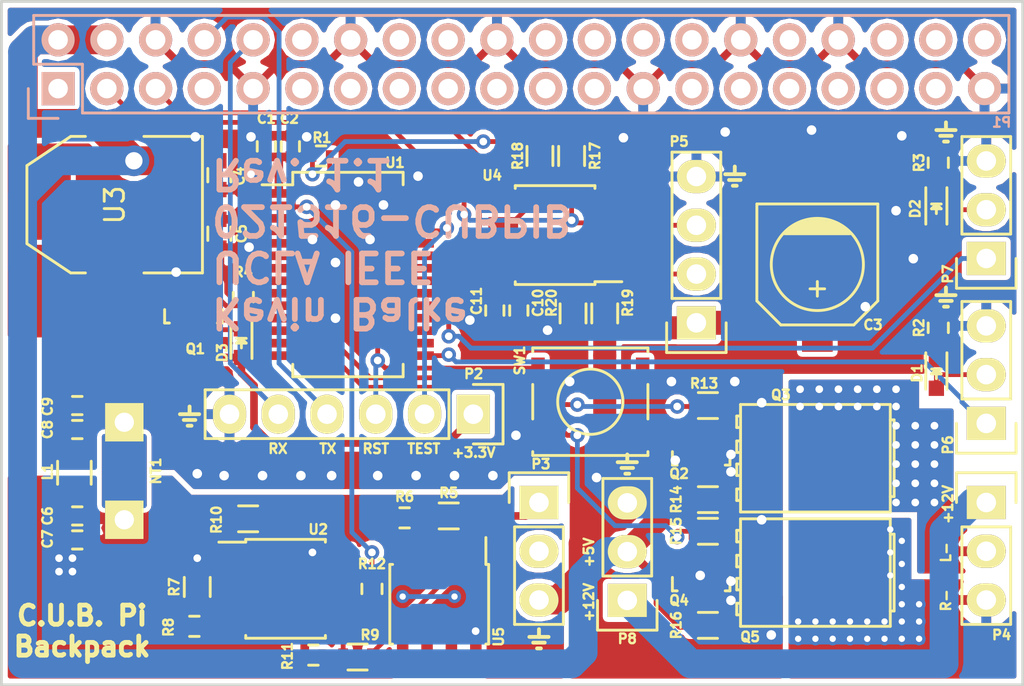
<source format=kicad_pcb>
(kicad_pcb (version 4) (host pcbnew 4.0.0-rc2-stable)
  (layers (0 F.Cu signal) (31 B.Cu signal) (34 B.Paste user) (35 F.Paste user) (36 B.SilkS user) (37 F.SilkS user) (38 B.Mask user) (39 F.Mask user) (44 Edge.Cuts user))
  (net 0 "")
  (net 1 +3V3)
  (net 2 GND)
  (net 3 +5V)
  (net 4 +3.3VADC)
  (net 5 GNDA)
  (net 6 L_MOT_PLED)
  (net 7 "Net-(D1-Pad1)")
  (net 8 R_MOT_PLED)
  (net 9 "Net-(D2-Pad1)")
  (net 10 "Net-(D3-Pad1)")
  (net 11 "Net-(P1-Pad1)")
  (net 12 MSP_SDA)
  (net 13 MSP_SCL)
  (net 14 "Net-(P1-Pad7)")
  (net 15 PI_TX)
  (net 16 PI_RX)
  (net 17 "Net-(P1-Pad11)")
  (net 18 "Net-(P1-Pad12)")
  (net 19 "Net-(P1-Pad13)")
  (net 20 "Net-(P1-Pad15)")
  (net 21 "Net-(P1-Pad16)")
  (net 22 "Net-(P1-Pad17)")
  (net 23 "Net-(P1-Pad18)")
  (net 24 "Net-(P1-Pad19)")
  (net 25 "Net-(P1-Pad21)")
  (net 26 "Net-(P1-Pad22)")
  (net 27 "Net-(P1-Pad23)")
  (net 28 "Net-(P1-Pad24)")
  (net 29 "Net-(P1-Pad26)")
  (net 30 "Net-(P1-Pad27)")
  (net 31 "Net-(P1-Pad28)")
  (net 32 "Net-(P1-Pad29)")
  (net 33 "Net-(P1-Pad31)")
  (net 34 "Net-(P1-Pad32)")
  (net 35 "Net-(P1-Pad33)")
  (net 36 "Net-(P1-Pad35)")
  (net 37 "Net-(P1-Pad36)")
  (net 38 "Net-(P1-Pad37)")
  (net 39 "Net-(P1-Pad38)")
  (net 40 "Net-(P1-Pad40)")
  (net 41 V_SBAT_24)
  (net 42 "Net-(P3-Pad2)")
  (net 43 +12V)
  (net 44 L_HLIGHT_M)
  (net 45 R_HLIGHT_M)
  (net 46 Lx_LDA)
  (net 47 Ly_LCL)
  (net 48 L_MOT_SIG)
  (net 49 R_MOT_SIG)
  (net 50 "Net-(Q1-Pad1)")
  (net 51 "Net-(Q2-Pad1)")
  (net 52 "Net-(Q2-Pad3)")
  (net 53 "Net-(Q4-Pad1)")
  (net 54 "Net-(Q4-Pad3)")
  (net 55 MSP_RST)
  (net 56 MSP_HB_LED)
  (net 57 V_SBAT_DIV)
  (net 58 V_SBAT_DREF)
  (net 59 "Net-(R11-Pad2)")
  (net 60 V_SBAT_DIV_BUF)
  (net 61 "Net-(R10-Pad1)")
  (net 62 V_SBAT_DREF_BUF)
  (net 63 VBAT_SENSE)
  (net 64 L_HLIGHT_SIG)
  (net 65 R_HLIGHT_SIG)
  (net 66 "Net-(U1-Pad3)")
  (net 67 "Net-(U1-Pad4)")
  (net 68 "Net-(U1-Pad5)")
  (net 69 "Net-(U1-Pad6)")
  (net 70 "Net-(U1-Pad7)")
  (net 71 "Net-(U1-Pad9)")
  (net 72 "Net-(U1-Pad11)")
  (net 73 "Net-(U1-Pad12)")
  (net 74 "Net-(U1-Pad14)")
  (net 75 "Net-(U1-Pad16)")
  (net 76 "Net-(U1-Pad17)")
  (net 77 "Net-(U1-Pad18)")
  (net 78 "Net-(U1-Pad20)")
  (net 79 "Net-(U1-Pad21)")
  (net 80 MSP_TEST)
  (net 81 "Net-(U1-Pad26)")
  (net 82 "Net-(U1-Pad27)")
  (module Misc_SMD:c_elec_3.5x5.6 (layer F.Cu) (at 171.3 88.1 270)
    (fp_text reference C3 (at 3.15 -2.9 360) (layer F.SilkS) (effects (font (size 0.5 0.5) (thickness 0.125))))
    (fp_text value 100uF hide)
    (pad 1 smd rect (at 2.8 0 270) (size 3.5 1.6) (layers F.Cu F.Paste F.Mask) (net 3 +5V))
    (pad 2 smd rect (at -2.8 0 270) (size 3.5 1.6) (layers F.Cu F.Paste F.Mask) (net 2 GND))
  )
  (module TO_SOT_Packages_SMD:SOT-669_LFPAK (layer F.Cu) (at 171.2 104.15 270)
    (fp_text reference Q5 (at 3.35 3.4 360) (layer F.SilkS) (effects (font (size 0.5 0.5) (thickness 0.125))))
    (fp_text value Q_NMOS_SSSGD hide)
    (pad 2 smd rect (at -0.635 2.825 270) (size 0.7 1.15) (layers F.Cu F.Paste F.Mask) (net 2 GND))
    (pad 1 smd rect (at -1.905 2.825 270) (size 0.7 1.15) (layers F.Cu F.Paste F.Mask) (net 2 GND))
    (pad 3 smd rect (at 0.635 2.825 270) (size 0.7 1.15) (layers F.Cu F.Paste F.Mask) (net 2 GND))
    (pad 5 smd rect (at 0 -2.65 270) (size 4.7 1.55) (layers F.Cu F.Mask) (net 45 R_HLIGHT_M))
    (pad 5 smd rect (at 0 -0.45 270) (size 4.2 3.3) (layers F.Cu F.Mask) (net 45 R_HLIGHT_M))
    (pad 4 smd rect (at 1.905 2.825 270) (size 0.7 1.15) (layers F.Cu F.Paste F.Mask) (net 54 "Net-(Q4-Pad3)"))
  )
  (module Resistors_SMD:R_0805 (layer F.Cu) (at 132.6 98.95 270)
    (fp_text reference L1 (at -0.05 1.4 270) (layer F.SilkS) (effects (font (size 0.5 0.5) (thickness 0.125))))
    (fp_text value 100uH hide)
    (pad 1 smd rect (at -0.95 0 270) (size 0.7 1.3) (layers F.Cu F.Paste F.Mask) (net 1 +3V3))
    (pad 2 smd rect (at 0.95 0 270) (size 0.7 1.3) (layers F.Cu F.Paste F.Mask) (net 4 +3.3VADC))
  )
  (module Capacitors_SMD:C_0603 (layer F.Cu) (at 140.15 86.5 270)
    (fp_text reference C5 (at 0 -1.15 270) (layer F.SilkS) (effects (font (size 0.5 0.5) (thickness 0.125))))
    (fp_text value 4.7uF hide)
    (pad 1 smd rect (at -0.75 0 270) (size 0.8 0.75) (layers F.Cu F.Paste F.Mask) (net 1 +3V3))
    (pad 2 smd rect (at 0.75 0 270) (size 0.8 0.75) (layers F.Cu F.Paste F.Mask) (net 2 GND))
  )
  (module Resistors_SMD:R_0402 (layer F.Cu) (at 148.1 105 270)
    (fp_text reference R12 (at -1.3 0 360) (layer F.SilkS) (effects (font (size 0.5 0.5) (thickness 0.125))))
    (fp_text value 15K hide)
    (pad 1 smd rect (at -0.45 0 270) (size 0.4 0.6) (layers F.Cu F.Paste F.Mask) (net 63 VBAT_SENSE))
    (pad 2 smd rect (at 0.45 0 270) (size 0.4 0.6) (layers F.Cu F.Paste F.Mask) (net 61 "Net-(R10-Pad1)"))
  )
  (module Housings_SOIC:SOIC-8_3.9x4.9mm_Pitch1.27mm (layer F.Cu) (at 151.605 105.8 270)
    (fp_text reference U5 (at 1.7 -3.095 270) (layer F.SilkS) (effects (font (size 0.5 0.5) (thickness 0.125))))
    (fp_text value LM358 hide)
    (pad 1 smd rect (at -2.7 -1.905 270) (size 1.55 0.6) (layers F.Cu F.Paste F.Mask) (net 60 V_SBAT_DIV_BUF))
    (pad 2 smd rect (at -2.7 -0.635 270) (size 1.55 0.6) (layers F.Cu F.Paste F.Mask) (net 60 V_SBAT_DIV_BUF))
    (pad 3 smd rect (at -2.7 0.635 270) (size 1.55 0.6) (layers F.Cu F.Paste F.Mask) (net 57 V_SBAT_DIV))
    (pad 4 smd rect (at -2.7 1.905 270) (size 1.55 0.6) (layers F.Cu F.Paste F.Mask) (net 5 GNDA))
    (pad 5 smd rect (at 2.7 1.905 270) (size 1.55 0.6) (layers F.Cu F.Paste F.Mask))
    (pad 6 smd rect (at 2.7 0.635 270) (size 1.55 0.6) (layers F.Cu F.Paste F.Mask))
    (pad 7 smd rect (at 2.7 -0.635 270) (size 1.55 0.6) (layers F.Cu F.Paste F.Mask))
    (pad 8 smd rect (at 2.7 -1.905 270) (size 1.55 0.6) (layers F.Cu F.Paste F.Mask) (net 4 +3.3VADC))
  )
  (module TO_SOT_Packages_SMD:SOT-223 (layer F.Cu) (at 134.698 84.986 90)
    (fp_text reference U3 (at -0.014 0.002 90) (layer F.SilkS))
    (fp_text value AP2114H hide)
    (pad 4 smd rect (at 0 -3.302 90) (size 3.6576 2.032) (layers F.Cu F.Paste F.Mask))
    (pad 2 smd rect (at 0 3.302 90) (size 1.016 2.032) (layers F.Cu F.Paste F.Mask) (net 1 +3V3))
    (pad 3 smd rect (at 2.286 3.302 90) (size 1.016 2.032) (layers F.Cu F.Paste F.Mask) (net 3 +5V))
    (pad 1 smd rect (at -2.286 3.302 90) (size 1.016 2.032) (layers F.Cu F.Paste F.Mask) (net 2 GND))
  )
  (module Capacitors_SMD:C_0402 (layer F.Cu) (at 142.6 81.95 90)
    (fp_text reference C1 (at 1.45 0 180) (layer F.SilkS) (effects (font (size 0.5 0.5) (thickness 0.125))))
    (fp_text value 0.001uF hide)
    (pad 1 smd rect (at -0.55 0 90) (size 0.6 0.5) (layers F.Cu F.Paste F.Mask) (net 1 +3V3))
    (pad 2 smd rect (at 0.55 0 90) (size 0.6 0.5) (layers F.Cu F.Paste F.Mask) (net 2 GND))
  )
  (module Capacitors_SMD:C_0402 (layer F.Cu) (at 143.85 81.95 90)
    (fp_text reference C2 (at 1.45 -0.05 180) (layer F.SilkS) (effects (font (size 0.5 0.5) (thickness 0.125))))
    (fp_text value 0.1uF hide)
    (pad 1 smd rect (at -0.55 0 90) (size 0.6 0.5) (layers F.Cu F.Paste F.Mask) (net 1 +3V3))
    (pad 2 smd rect (at 0.55 0 90) (size 0.6 0.5) (layers F.Cu F.Paste F.Mask) (net 2 GND))
  )
  (module Capacitors_SMD:C_0603 (layer F.Cu) (at 140.15 83.45 270)
    (fp_text reference C4 (at 0.05 -1.05 270) (layer F.SilkS) (effects (font (size 0.5 0.5) (thickness 0.125))))
    (fp_text value 4.7uF hide)
    (pad 1 smd rect (at -0.75 0 270) (size 0.8 0.75) (layers F.Cu F.Paste F.Mask) (net 3 +5V))
    (pad 2 smd rect (at 0.75 0 270) (size 0.8 0.75) (layers F.Cu F.Paste F.Mask) (net 2 GND))
  )
  (module Capacitors_SMD:C_0402 (layer F.Cu) (at 132.75 101.2)
    (fp_text reference C6 (at -1.55 0 90) (layer F.SilkS) (effects (font (size 0.5 0.5) (thickness 0.125))))
    (fp_text value 0.22uF hide)
    (pad 1 smd rect (at -0.55 0) (size 0.6 0.5) (layers F.Cu F.Paste F.Mask) (net 4 +3.3VADC))
    (pad 2 smd rect (at 0.55 0) (size 0.6 0.5) (layers F.Cu F.Paste F.Mask) (net 5 GNDA))
  )
  (module Capacitors_SMD:C_0402 (layer F.Cu) (at 132.75 102.45)
    (fp_text reference C7 (at -1.55 -0.05 90) (layer F.SilkS) (effects (font (size 0.5 0.5) (thickness 0.125))))
    (fp_text value 0.01uF hide)
    (pad 1 smd rect (at -0.55 0) (size 0.6 0.5) (layers F.Cu F.Paste F.Mask) (net 4 +3.3VADC))
    (pad 2 smd rect (at 0.55 0) (size 0.6 0.5) (layers F.Cu F.Paste F.Mask) (net 5 GNDA))
  )
  (module Capacitors_SMD:C_0402 (layer F.Cu) (at 132.75 96.7)
    (fp_text reference C8 (at -1.55 0 90) (layer F.SilkS) (effects (font (size 0.5 0.5) (thickness 0.125))))
    (fp_text value 0.001uF hide)
    (pad 1 smd rect (at -0.55 0) (size 0.6 0.5) (layers F.Cu F.Paste F.Mask) (net 1 +3V3))
    (pad 2 smd rect (at 0.55 0) (size 0.6 0.5) (layers F.Cu F.Paste F.Mask) (net 2 GND))
  )
  (module Capacitors_SMD:C_0402 (layer F.Cu) (at 132.75 95.45)
    (fp_text reference C9 (at -1.55 0.05 90) (layer F.SilkS) (effects (font (size 0.5 0.5) (thickness 0.125))))
    (fp_text value 0.1uF hide)
    (pad 1 smd rect (at -0.55 0) (size 0.6 0.5) (layers F.Cu F.Paste F.Mask) (net 1 +3V3))
    (pad 2 smd rect (at 0.55 0) (size 0.6 0.5) (layers F.Cu F.Paste F.Mask) (net 2 GND))
  )
  (module Capacitors_SMD:C_0402 (layer F.Cu) (at 155.75 90.5 270)
    (fp_text reference C10 (at -0.4 -1 270) (layer F.SilkS) (effects (font (size 0.5 0.5) (thickness 0.125))))
    (fp_text value 0.001uF hide)
    (pad 1 smd rect (at -0.55 0 270) (size 0.6 0.5) (layers F.Cu F.Paste F.Mask) (net 3 +5V))
    (pad 2 smd rect (at 0.55 0 270) (size 0.6 0.5) (layers F.Cu F.Paste F.Mask) (net 2 GND))
  )
  (module Capacitors_SMD:C_0402 (layer F.Cu) (at 154.5 90.5 270)
    (fp_text reference C11 (at -0.5 0.95 270) (layer F.SilkS) (effects (font (size 0.5 0.5) (thickness 0.125))))
    (fp_text value 0.1uF hide)
    (pad 1 smd rect (at -0.55 0 270) (size 0.6 0.5) (layers F.Cu F.Paste F.Mask) (net 3 +5V))
    (pad 2 smd rect (at 0.55 0 270) (size 0.6 0.5) (layers F.Cu F.Paste F.Mask) (net 2 GND))
  )
  (module LEDs:LED_0603 (layer F.Cu) (at 177.5 93.8007 270)
    (fp_text reference D1 (at -0.0407 1 270) (layer F.SilkS) (effects (font (size 0.5 0.5) (thickness 0.125))))
    (fp_text value "RED LED" hide)
    (pad 2 smd rect (at 0.7493 0 90) (size 0.79756 0.79756) (layers F.Cu F.Paste F.Mask) (net 6 L_MOT_PLED))
    (pad 1 smd rect (at -0.7493 0 90) (size 0.79756 0.79756) (layers F.Cu F.Paste F.Mask) (net 7 "Net-(D1-Pad1)"))
  )
  (module LEDs:LED_0603 (layer F.Cu) (at 177.5 85.2007 270)
    (fp_text reference D2 (at -0.0007 1.1 270) (layer F.SilkS) (effects (font (size 0.5 0.5) (thickness 0.125))))
    (fp_text value "RED LED" hide)
    (pad 2 smd rect (at 0.7493 0 90) (size 0.79756 0.79756) (layers F.Cu F.Paste F.Mask) (net 8 R_MOT_PLED))
    (pad 1 smd rect (at -0.7493 0 90) (size 0.79756 0.79756) (layers F.Cu F.Paste F.Mask) (net 9 "Net-(D2-Pad1)"))
  )
  (module LEDs:LED_0603 (layer F.Cu) (at 141.3 92.1993 270)
    (fp_text reference D3 (at 0.5007 1 270) (layer F.SilkS) (effects (font (size 0.5 0.5) (thickness 0.125))))
    (fp_text value "GREEN LED" hide)
    (pad 2 smd rect (at 0.7493 0 90) (size 0.79756 0.79756) (layers F.Cu F.Paste F.Mask) (net 1 +3V3))
    (pad 1 smd rect (at -0.7493 0 90) (size 0.79756 0.79756) (layers F.Cu F.Paste F.Mask) (net 10 "Net-(D3-Pad1)"))
  )
  (module Oddities:NetTie-I_Connected (layer F.Cu) (at 135.2 98.86 90)
    (fp_text reference NT1 (at 0 1.65 90) (layer F.SilkS) (effects (font (size 0.5 0.5) (thickness 0.125))))
    (fp_text value NET-TIE_07Mar2012 hide)
    (fp_line (start 1.778 1.016) (end -1.778 1.016) (layer B.Cu) (width 0.3048))
    (fp_line (start -1.778 1.016) (end -1.778 0.762) (layer B.Cu) (width 0.3048))
    (fp_line (start -1.778 0.762) (end 1.778 0.762) (layer B.Cu) (width 0.3048))
    (fp_line (start 1.778 0.762) (end 1.778 0.508) (layer B.Cu) (width 0.3048))
    (fp_line (start 1.778 0.508) (end -1.778 0.508) (layer B.Cu) (width 0.3048))
    (fp_line (start -1.778 0.508) (end -1.778 0.254) (layer B.Cu) (width 0.3048))
    (fp_line (start -1.778 0.254) (end 1.778 0.254) (layer B.Cu) (width 0.3048))
    (fp_line (start 1.778 0.254) (end 1.778 0) (layer B.Cu) (width 0.3048))
    (fp_line (start 1.778 0) (end -1.778 0) (layer B.Cu) (width 0.3048))
    (fp_line (start -1.778 0) (end -1.778 -0.254) (layer B.Cu) (width 0.3048))
    (fp_line (start -1.778 -0.254) (end 1.778 -0.254) (layer B.Cu) (width 0.3048))
    (fp_line (start 1.778 -0.254) (end 1.778 -0.508) (layer B.Cu) (width 0.3048))
    (fp_line (start 1.778 -0.508) (end -1.778 -0.508) (layer B.Cu) (width 0.3048))
    (fp_line (start -1.778 -0.508) (end -1.778 -0.762) (layer B.Cu) (width 0.3048))
    (fp_line (start -1.778 -0.762) (end 1.778 -0.762) (layer B.Cu) (width 0.3048))
    (fp_line (start 1.778 -0.762) (end 1.778 -1.016) (layer B.Cu) (width 0.3048))
    (fp_line (start 1.778 -1.016) (end -1.778 -1.016) (layer B.Cu) (width 0.3048))
    (fp_line (start 1.778 -1.016) (end -1.778 -1.016) (layer F.Cu) (width 0.3048))
    (fp_line (start -1.778 -0.762) (end 1.778 -0.762) (layer F.Cu) (width 0.3048))
    (fp_line (start 1.778 -0.508) (end -1.778 -0.508) (layer F.Cu) (width 0.3048))
    (fp_line (start -1.778 -0.254) (end 1.778 -0.254) (layer F.Cu) (width 0.3048))
    (fp_line (start 1.778 0) (end -1.778 0) (layer F.Cu) (width 0.3048))
    (fp_line (start -1.778 0.254) (end 1.778 0.254) (layer F.Cu) (width 0.3048))
    (fp_line (start 1.778 0.508) (end -1.778 0.508) (layer F.Cu) (width 0.3048))
    (fp_line (start -1.778 0.762) (end 1.778 0.762) (layer F.Cu) (width 0.3048))
    (fp_line (start 1.778 1.016) (end -1.778 1.016) (layer F.Cu) (width 0.3048))
    (pad 1 thru_hole rect (at -2.54 0 90) (size 1.99898 1.99898) (drill 1.00076) (layers *.Cu *.Mask F.SilkS) (net 5 GNDA))
    (pad 2 thru_hole rect (at 2.54 0 90) (size 1.99898 1.99898) (drill 1.00076) (layers *.Cu *.Mask F.SilkS) (net 2 GND))
  )
  (module Socket_Strips:Socket_Strip_Straight_2x20 (layer B.Cu) (at 131.75 78.94)
    (fp_text reference P1 (at 49.15 1.76) (layer B.SilkS) (effects (font (size 0.5 0.5) (thickness 0.125)) (justify mirror)))
    (fp_text value CONN_02X20 hide)
    (pad 1 thru_hole rect (at 0 0) (size 1.7272 1.7272) (drill 1.016) (layers *.Cu *.Mask B.SilkS) (net 11 "Net-(P1-Pad1)"))
    (pad 2 thru_hole oval (at 0 -2.54) (size 1.7272 1.7272) (drill 1.016) (layers *.Cu *.Mask B.SilkS) (net 3 +5V))
    (pad 3 thru_hole oval (at 2.54 0) (size 1.7272 1.7272) (drill 1.016) (layers *.Cu *.Mask B.SilkS) (net 12 MSP_SDA))
    (pad 4 thru_hole oval (at 2.54 -2.54) (size 1.7272 1.7272) (drill 1.016) (layers *.Cu *.Mask B.SilkS) (net 3 +5V))
    (pad 5 thru_hole oval (at 5.08 0) (size 1.7272 1.7272) (drill 1.016) (layers *.Cu *.Mask B.SilkS) (net 13 MSP_SCL))
    (pad 6 thru_hole oval (at 5.08 -2.54) (size 1.7272 1.7272) (drill 1.016) (layers *.Cu *.Mask B.SilkS) (net 2 GND))
    (pad 7 thru_hole oval (at 7.62 0) (size 1.7272 1.7272) (drill 1.016) (layers *.Cu *.Mask B.SilkS) (net 14 "Net-(P1-Pad7)"))
    (pad 8 thru_hole oval (at 7.62 -2.54) (size 1.7272 1.7272) (drill 1.016) (layers *.Cu *.Mask B.SilkS) (net 15 PI_TX))
    (pad 9 thru_hole oval (at 10.16 0) (size 1.7272 1.7272) (drill 1.016) (layers *.Cu *.Mask B.SilkS) (net 2 GND))
    (pad 10 thru_hole oval (at 10.16 -2.54) (size 1.7272 1.7272) (drill 1.016) (layers *.Cu *.Mask B.SilkS) (net 16 PI_RX))
    (pad 11 thru_hole oval (at 12.7 0) (size 1.7272 1.7272) (drill 1.016) (layers *.Cu *.Mask B.SilkS) (net 17 "Net-(P1-Pad11)"))
    (pad 12 thru_hole oval (at 12.7 -2.54) (size 1.7272 1.7272) (drill 1.016) (layers *.Cu *.Mask B.SilkS) (net 18 "Net-(P1-Pad12)"))
    (pad 13 thru_hole oval (at 15.24 0) (size 1.7272 1.7272) (drill 1.016) (layers *.Cu *.Mask B.SilkS) (net 19 "Net-(P1-Pad13)"))
    (pad 14 thru_hole oval (at 15.24 -2.54) (size 1.7272 1.7272) (drill 1.016) (layers *.Cu *.Mask B.SilkS) (net 2 GND))
    (pad 15 thru_hole oval (at 17.78 0) (size 1.7272 1.7272) (drill 1.016) (layers *.Cu *.Mask B.SilkS) (net 20 "Net-(P1-Pad15)"))
    (pad 16 thru_hole oval (at 17.78 -2.54) (size 1.7272 1.7272) (drill 1.016) (layers *.Cu *.Mask B.SilkS) (net 21 "Net-(P1-Pad16)"))
    (pad 17 thru_hole oval (at 20.32 0) (size 1.7272 1.7272) (drill 1.016) (layers *.Cu *.Mask B.SilkS) (net 22 "Net-(P1-Pad17)"))
    (pad 18 thru_hole oval (at 20.32 -2.54) (size 1.7272 1.7272) (drill 1.016) (layers *.Cu *.Mask B.SilkS) (net 23 "Net-(P1-Pad18)"))
    (pad 19 thru_hole oval (at 22.86 0) (size 1.7272 1.7272) (drill 1.016) (layers *.Cu *.Mask B.SilkS) (net 24 "Net-(P1-Pad19)"))
    (pad 20 thru_hole oval (at 22.86 -2.54) (size 1.7272 1.7272) (drill 1.016) (layers *.Cu *.Mask B.SilkS) (net 2 GND))
    (pad 21 thru_hole oval (at 25.4 0) (size 1.7272 1.7272) (drill 1.016) (layers *.Cu *.Mask B.SilkS) (net 25 "Net-(P1-Pad21)"))
    (pad 22 thru_hole oval (at 25.4 -2.54) (size 1.7272 1.7272) (drill 1.016) (layers *.Cu *.Mask B.SilkS) (net 26 "Net-(P1-Pad22)"))
    (pad 23 thru_hole oval (at 27.94 0) (size 1.7272 1.7272) (drill 1.016) (layers *.Cu *.Mask B.SilkS) (net 27 "Net-(P1-Pad23)"))
    (pad 24 thru_hole oval (at 27.94 -2.54) (size 1.7272 1.7272) (drill 1.016) (layers *.Cu *.Mask B.SilkS) (net 28 "Net-(P1-Pad24)"))
    (pad 25 thru_hole oval (at 30.48 0) (size 1.7272 1.7272) (drill 1.016) (layers *.Cu *.Mask B.SilkS) (net 2 GND))
    (pad 26 thru_hole oval (at 30.48 -2.54) (size 1.7272 1.7272) (drill 1.016) (layers *.Cu *.Mask B.SilkS) (net 29 "Net-(P1-Pad26)"))
    (pad 27 thru_hole oval (at 33.02 0) (size 1.7272 1.7272) (drill 1.016) (layers *.Cu *.Mask B.SilkS) (net 30 "Net-(P1-Pad27)"))
    (pad 28 thru_hole oval (at 33.02 -2.54) (size 1.7272 1.7272) (drill 1.016) (layers *.Cu *.Mask B.SilkS) (net 31 "Net-(P1-Pad28)"))
    (pad 29 thru_hole oval (at 35.56 0) (size 1.7272 1.7272) (drill 1.016) (layers *.Cu *.Mask B.SilkS) (net 32 "Net-(P1-Pad29)"))
    (pad 30 thru_hole oval (at 35.56 -2.54) (size 1.7272 1.7272) (drill 1.016) (layers *.Cu *.Mask B.SilkS) (net 2 GND))
    (pad 31 thru_hole oval (at 38.1 0) (size 1.7272 1.7272) (drill 1.016) (layers *.Cu *.Mask B.SilkS) (net 33 "Net-(P1-Pad31)"))
    (pad 32 thru_hole oval (at 38.1 -2.54) (size 1.7272 1.7272) (drill 1.016) (layers *.Cu *.Mask B.SilkS) (net 34 "Net-(P1-Pad32)"))
    (pad 33 thru_hole oval (at 40.64 0) (size 1.7272 1.7272) (drill 1.016) (layers *.Cu *.Mask B.SilkS) (net 35 "Net-(P1-Pad33)"))
    (pad 34 thru_hole oval (at 40.64 -2.54) (size 1.7272 1.7272) (drill 1.016) (layers *.Cu *.Mask B.SilkS) (net 2 GND))
    (pad 35 thru_hole oval (at 43.18 0) (size 1.7272 1.7272) (drill 1.016) (layers *.Cu *.Mask B.SilkS) (net 36 "Net-(P1-Pad35)"))
    (pad 36 thru_hole oval (at 43.18 -2.54) (size 1.7272 1.7272) (drill 1.016) (layers *.Cu *.Mask B.SilkS) (net 37 "Net-(P1-Pad36)"))
    (pad 37 thru_hole oval (at 45.72 0) (size 1.7272 1.7272) (drill 1.016) (layers *.Cu *.Mask B.SilkS) (net 38 "Net-(P1-Pad37)"))
    (pad 38 thru_hole oval (at 45.72 -2.54) (size 1.7272 1.7272) (drill 1.016) (layers *.Cu *.Mask B.SilkS) (net 39 "Net-(P1-Pad38)"))
    (pad 39 thru_hole oval (at 48.26 0) (size 1.7272 1.7272) (drill 1.016) (layers *.Cu *.Mask B.SilkS) (net 2 GND))
    (pad 40 thru_hole oval (at 48.26 -2.54) (size 1.7272 1.7272) (drill 1.016) (layers *.Cu *.Mask B.SilkS) (net 40 "Net-(P1-Pad40)"))
  )
  (module Pin_Headers:Pin_Header_Straight_1x03 (layer F.Cu) (at 156.8 100.5)
    (fp_text reference P3 (at 0.1 -2) (layer F.SilkS) (effects (font (size 0.5 0.5) (thickness 0.125))))
    (fp_text value CONN_01X03 hide)
    (pad 1 thru_hole rect (at 0 0) (size 2.032 1.7272) (drill 1.016) (layers *.Cu *.Mask F.SilkS) (net 41 V_SBAT_24))
    (pad 2 thru_hole oval (at 0 2.54) (size 2.032 1.7272) (drill 1.016) (layers *.Cu *.Mask F.SilkS) (net 42 "Net-(P3-Pad2)"))
    (pad 3 thru_hole oval (at 0 5.08) (size 2.032 1.7272) (drill 1.016) (layers *.Cu *.Mask F.SilkS) (net 2 GND))
  )
  (module Pin_Headers:Pin_Header_Straight_1x03 (layer F.Cu) (at 180.1 100.5)
    (fp_text reference P4 (at 0.8 6.9 180) (layer F.SilkS) (effects (font (size 0.5 0.5) (thickness 0.125))))
    (fp_text value CONN_01X03 hide)
    (pad 1 thru_hole rect (at 0 0) (size 2.032 1.7272) (drill 1.016) (layers *.Cu *.Mask F.SilkS) (net 43 +12V))
    (pad 2 thru_hole oval (at 0 2.54) (size 2.032 1.7272) (drill 1.016) (layers *.Cu *.Mask F.SilkS) (net 44 L_HLIGHT_M))
    (pad 3 thru_hole oval (at 0 5.08) (size 2.032 1.7272) (drill 1.016) (layers *.Cu *.Mask F.SilkS) (net 45 R_HLIGHT_M))
  )
  (module Pin_Headers:Pin_Header_Straight_1x04 (layer F.Cu) (at 165 91.14 180)
    (fp_text reference P5 (at 0.9 9.44 180) (layer F.SilkS) (effects (font (size 0.5 0.5) (thickness 0.125))))
    (fp_text value CONN_01X04 hide)
    (pad 1 thru_hole rect (at 0 0 180) (size 2.032 1.7272) (drill 1.016) (layers *.Cu *.Mask F.SilkS) (net 3 +5V))
    (pad 2 thru_hole oval (at 0 2.54 180) (size 2.032 1.7272) (drill 1.016) (layers *.Cu *.Mask F.SilkS) (net 46 Lx_LDA))
    (pad 3 thru_hole oval (at 0 5.08 180) (size 2.032 1.7272) (drill 1.016) (layers *.Cu *.Mask F.SilkS) (net 47 Ly_LCL))
    (pad 4 thru_hole oval (at 0 7.62 180) (size 2.032 1.7272) (drill 1.016) (layers *.Cu *.Mask F.SilkS) (net 2 GND))
  )
  (module Pin_Headers:Pin_Header_Straight_1x03 (layer F.Cu) (at 180.1 96.38 180)
    (fp_text reference P6 (at 2 -1.12 270) (layer F.SilkS) (effects (font (size 0.5 0.5) (thickness 0.125))))
    (fp_text value CONN_01X03 hide)
    (pad 1 thru_hole rect (at 0 0 180) (size 2.032 1.7272) (drill 1.016) (layers *.Cu *.Mask F.SilkS) (net 48 L_MOT_SIG))
    (pad 2 thru_hole oval (at 0 2.54 180) (size 2.032 1.7272) (drill 1.016) (layers *.Cu *.Mask F.SilkS) (net 6 L_MOT_PLED))
    (pad 3 thru_hole oval (at 0 5.08 180) (size 2.032 1.7272) (drill 1.016) (layers *.Cu *.Mask F.SilkS) (net 2 GND))
  )
  (module Pin_Headers:Pin_Header_Straight_1x03 (layer F.Cu) (at 180.1 87.79 180)
    (fp_text reference P7 (at 2 -0.81 270) (layer F.SilkS) (effects (font (size 0.5 0.5) (thickness 0.125))))
    (fp_text value CONN_01X03 hide)
    (pad 1 thru_hole rect (at 0 0 180) (size 2.032 1.7272) (drill 1.016) (layers *.Cu *.Mask F.SilkS) (net 49 R_MOT_SIG))
    (pad 2 thru_hole oval (at 0 2.54 180) (size 2.032 1.7272) (drill 1.016) (layers *.Cu *.Mask F.SilkS) (net 8 R_MOT_PLED))
    (pad 3 thru_hole oval (at 0 5.08 180) (size 2.032 1.7272) (drill 1.016) (layers *.Cu *.Mask F.SilkS) (net 2 GND))
  )
  (module Pin_Headers:Pin_Header_Straight_1x03 (layer F.Cu) (at 161.4 105.6 180)
    (fp_text reference P8 (at 0 -2 180) (layer F.SilkS) (effects (font (size 0.5 0.5) (thickness 0.125))))
    (fp_text value CONN_01X03 hide)
    (pad 1 thru_hole rect (at 0 0 180) (size 2.032 1.7272) (drill 1.016) (layers *.Cu *.Mask F.SilkS) (net 43 +12V))
    (pad 2 thru_hole oval (at 0 2.54 180) (size 2.032 1.7272) (drill 1.016) (layers *.Cu *.Mask F.SilkS) (net 3 +5V))
    (pad 3 thru_hole oval (at 0 5.08 180) (size 2.032 1.7272) (drill 1.016) (layers *.Cu *.Mask F.SilkS) (net 2 GND))
  )
  (module TO_SOT_Packages_SMD:SOT-23 (layer F.Cu) (at 138.8 90.50076 180)
    (fp_text reference Q1 (at -0.1 -1.99924 180) (layer F.SilkS) (effects (font (size 0.5 0.5) (thickness 0.125))))
    (fp_text value Q_NPN_BEC hide)
    (pad 1 smd rect (at -0.95 1.00076 180) (size 0.8001 0.8001) (layers F.Cu F.Paste F.Mask) (net 50 "Net-(Q1-Pad1)"))
    (pad 2 smd rect (at 0.95 1.00076 180) (size 0.8001 0.8001) (layers F.Cu F.Paste F.Mask) (net 2 GND))
    (pad 3 smd rect (at 0 -0.99822 180) (size 0.8001 0.8001) (layers F.Cu F.Paste F.Mask) (net 10 "Net-(D3-Pad1)"))
  )
  (module TO_SOT_Packages_SMD:SOT-23 (layer F.Cu) (at 165.25 97.90178 180)
    (fp_text reference Q2 (at 1.15 -1.09822 360) (layer F.SilkS) (effects (font (size 0.5 0.5) (thickness 0.125))))
    (fp_text value Q_NPN_BEC hide)
    (pad 1 smd rect (at -0.95 1.00076 180) (size 0.8001 0.8001) (layers F.Cu F.Paste F.Mask) (net 51 "Net-(Q2-Pad1)"))
    (pad 2 smd rect (at 0.95 1.00076 180) (size 0.8001 0.8001) (layers F.Cu F.Paste F.Mask) (net 2 GND))
    (pad 3 smd rect (at 0 -0.99822 180) (size 0.8001 0.8001) (layers F.Cu F.Paste F.Mask) (net 52 "Net-(Q2-Pad3)"))
  )
  (module TO_SOT_Packages_SMD:SOT-669_LFPAK (layer F.Cu) (at 171.2 98.195 270)
    (fp_text reference Q3 (at -3.295 1.8 360) (layer F.SilkS) (effects (font (size 0.5 0.5) (thickness 0.125))))
    (fp_text value Q_NMOS_SSSGD hide)
    (pad 2 smd rect (at -0.635 2.825 270) (size 0.7 1.15) (layers F.Cu F.Paste F.Mask) (net 2 GND))
    (pad 1 smd rect (at -1.905 2.825 270) (size 0.7 1.15) (layers F.Cu F.Paste F.Mask) (net 2 GND))
    (pad 3 smd rect (at 0.635 2.825 270) (size 0.7 1.15) (layers F.Cu F.Paste F.Mask) (net 2 GND))
    (pad 5 smd rect (at 0 -2.65 270) (size 4.7 1.55) (layers F.Cu F.Mask) (net 44 L_HLIGHT_M))
    (pad 5 smd rect (at 0 -0.45 270) (size 4.2 3.3) (layers F.Cu F.Mask) (net 44 L_HLIGHT_M))
    (pad 4 smd rect (at 1.905 2.825 270) (size 0.7 1.15) (layers F.Cu F.Paste F.Mask) (net 52 "Net-(Q2-Pad3)"))
  )
  (module TO_SOT_Packages_SMD:SOT-23 (layer F.Cu) (at 165.25 104.45178 180)
    (fp_text reference Q4 (at 1.15 -1.14822 360) (layer F.SilkS) (effects (font (size 0.5 0.5) (thickness 0.125))))
    (fp_text value Q_NPN_BEC hide)
    (pad 1 smd rect (at -0.95 1.00076 180) (size 0.8001 0.8001) (layers F.Cu F.Paste F.Mask) (net 53 "Net-(Q4-Pad1)"))
    (pad 2 smd rect (at 0.95 1.00076 180) (size 0.8001 0.8001) (layers F.Cu F.Paste F.Mask) (net 2 GND))
    (pad 3 smd rect (at 0 -0.99822 180) (size 0.8001 0.8001) (layers F.Cu F.Paste F.Mask) (net 54 "Net-(Q4-Pad3)"))
  )
  (module Resistors_SMD:R_0402 (layer F.Cu) (at 145.45 82.45)
    (fp_text reference R1 (at 0.05 -0.95) (layer F.SilkS) (effects (font (size 0.5 0.5) (thickness 0.125))))
    (fp_text value 47K hide)
    (pad 1 smd rect (at -0.45 0) (size 0.4 0.6) (layers F.Cu F.Paste F.Mask) (net 1 +3V3))
    (pad 2 smd rect (at 0.45 0) (size 0.4 0.6) (layers F.Cu F.Paste F.Mask) (net 55 MSP_RST))
  )
  (module Resistors_SMD:R_0402 (layer F.Cu) (at 177.6 91.4 90)
    (fp_text reference R2 (at 0 -1 90) (layer F.SilkS) (effects (font (size 0.5 0.5) (thickness 0.125))))
    (fp_text value 100R hide)
    (pad 1 smd rect (at -0.45 0 90) (size 0.4 0.6) (layers F.Cu F.Paste F.Mask) (net 7 "Net-(D1-Pad1)"))
    (pad 2 smd rect (at 0.45 0 90) (size 0.4 0.6) (layers F.Cu F.Paste F.Mask) (net 2 GND))
  )
  (module Resistors_SMD:R_0402 (layer F.Cu) (at 177.6 82.8 90)
    (fp_text reference R3 (at 0 -1 90) (layer F.SilkS) (effects (font (size 0.5 0.5) (thickness 0.125))))
    (fp_text value 100R hide)
    (pad 1 smd rect (at -0.45 0 90) (size 0.4 0.6) (layers F.Cu F.Paste F.Mask) (net 9 "Net-(D2-Pad1)"))
    (pad 2 smd rect (at 0.45 0 90) (size 0.4 0.6) (layers F.Cu F.Paste F.Mask) (net 2 GND))
  )
  (module Resistors_SMD:R_0402 (layer F.Cu) (at 141.4 89.8 270)
    (fp_text reference R4 (at -1.3 0 360) (layer F.SilkS) (effects (font (size 0.5 0.5) (thickness 0.125))))
    (fp_text value 27K hide)
    (pad 1 smd rect (at -0.45 0 270) (size 0.4 0.6) (layers F.Cu F.Paste F.Mask) (net 56 MSP_HB_LED))
    (pad 2 smd rect (at 0.45 0 270) (size 0.4 0.6) (layers F.Cu F.Paste F.Mask) (net 50 "Net-(Q1-Pad1)"))
  )
  (module Resistors_SMD:R_0603 (layer F.Cu) (at 152.1 101.2 180)
    (fp_text reference R5 (at 0 1.2 180) (layer F.SilkS) (effects (font (size 0.5 0.5) (thickness 0.125))))
    (fp_text value 11K hide)
    (pad 1 smd rect (at -0.75 0 180) (size 0.5 0.9) (layers F.Cu F.Paste F.Mask) (net 41 V_SBAT_24))
    (pad 2 smd rect (at 0.75 0 180) (size 0.5 0.9) (layers F.Cu F.Paste F.Mask) (net 57 V_SBAT_DIV))
  )
  (module Resistors_SMD:R_0402 (layer F.Cu) (at 149.8 101.3 180)
    (fp_text reference R6 (at 0 1.1 180) (layer F.SilkS) (effects (font (size 0.5 0.5) (thickness 0.125))))
    (fp_text value 1.5K hide)
    (pad 1 smd rect (at -0.45 0 180) (size 0.4 0.6) (layers F.Cu F.Paste F.Mask) (net 57 V_SBAT_DIV))
    (pad 2 smd rect (at 0.45 0 180) (size 0.4 0.6) (layers F.Cu F.Paste F.Mask) (net 5 GNDA))
  )
  (module Resistors_SMD:R_0603 (layer F.Cu) (at 139 104.9 270)
    (fp_text reference R7 (at 0 1.2 270) (layer F.SilkS) (effects (font (size 0.5 0.5) (thickness 0.125))))
    (fp_text value 4.3K hide)
    (pad 1 smd rect (at -0.75 0 270) (size 0.5 0.9) (layers F.Cu F.Paste F.Mask) (net 4 +3.3VADC))
    (pad 2 smd rect (at 0.75 0 270) (size 0.5 0.9) (layers F.Cu F.Paste F.Mask) (net 58 V_SBAT_DREF))
  )
  (module Resistors_SMD:R_0402 (layer F.Cu) (at 138.85 106.95)
    (fp_text reference R8 (at -1.35 0.05 90) (layer F.SilkS) (effects (font (size 0.5 0.5) (thickness 0.125))))
    (fp_text value 7.5K hide)
    (pad 1 smd rect (at -0.45 0) (size 0.4 0.6) (layers F.Cu F.Paste F.Mask) (net 58 V_SBAT_DREF))
    (pad 2 smd rect (at 0.45 0) (size 0.4 0.6) (layers F.Cu F.Paste F.Mask) (net 5 GNDA))
  )
  (module Resistors_SMD:R_0603 (layer F.Cu) (at 147.35 108.55)
    (fp_text reference R9 (at 0.65 -1.15) (layer F.SilkS) (effects (font (size 0.5 0.5) (thickness 0.125))))
    (fp_text value 5.1K hide)
    (pad 1 smd rect (at -0.75 0) (size 0.5 0.9) (layers F.Cu F.Paste F.Mask) (net 59 "Net-(R11-Pad2)"))
    (pad 2 smd rect (at 0.75 0) (size 0.5 0.9) (layers F.Cu F.Paste F.Mask) (net 60 V_SBAT_DIV_BUF))
  )
  (module Resistors_SMD:R_0603 (layer F.Cu) (at 141.65 101.35 180)
    (fp_text reference R10 (at 1.65 -0.05 270) (layer F.SilkS) (effects (font (size 0.5 0.5) (thickness 0.125))))
    (fp_text value 5.1K hide)
    (pad 1 smd rect (at -0.75 0 180) (size 0.5 0.9) (layers F.Cu F.Paste F.Mask) (net 61 "Net-(R10-Pad1)"))
    (pad 2 smd rect (at 0.75 0 180) (size 0.5 0.9) (layers F.Cu F.Paste F.Mask) (net 62 V_SBAT_DREF_BUF))
  )
  (module Resistors_SMD:R_0402 (layer F.Cu) (at 145.05 108.45)
    (fp_text reference R11 (at -1.35 0.05 90) (layer F.SilkS) (effects (font (size 0.5 0.5) (thickness 0.125))))
    (fp_text value 15K hide)
    (pad 1 smd rect (at -0.45 0) (size 0.4 0.6) (layers F.Cu F.Paste F.Mask) (net 5 GNDA))
    (pad 2 smd rect (at 0.45 0) (size 0.4 0.6) (layers F.Cu F.Paste F.Mask) (net 59 "Net-(R11-Pad2)"))
  )
  (module Resistors_SMD:R_0603 (layer F.Cu) (at 165.6 95.45 180)
    (fp_text reference R13 (at 0.2 1.15 360) (layer F.SilkS) (effects (font (size 0.5 0.5) (thickness 0.125))))
    (fp_text value 1K hide)
    (pad 1 smd rect (at -0.75 0 180) (size 0.5 0.9) (layers F.Cu F.Paste F.Mask) (net 51 "Net-(Q2-Pad1)"))
    (pad 2 smd rect (at 0.75 0 180) (size 0.5 0.9) (layers F.Cu F.Paste F.Mask) (net 64 L_HLIGHT_SIG))
  )
  (module Resistors_SMD:R_0603 (layer F.Cu) (at 165.6 100.35)
    (fp_text reference R14 (at -1.65 -0.01 90) (layer F.SilkS) (effects (font (size 0.5 0.5) (thickness 0.125))))
    (fp_text value 2.2K hide)
    (pad 1 smd rect (at -0.75 0) (size 0.5 0.9) (layers F.Cu F.Paste F.Mask) (net 3 +5V))
    (pad 2 smd rect (at 0.75 0) (size 0.5 0.9) (layers F.Cu F.Paste F.Mask) (net 52 "Net-(Q2-Pad3)"))
  )
  (module Resistors_SMD:R_0603 (layer F.Cu) (at 165.6 102 180)
    (fp_text reference R15 (at 1.65 0.01 270) (layer F.SilkS) (effects (font (size 0.5 0.5) (thickness 0.125))))
    (fp_text value 1K hide)
    (pad 1 smd rect (at -0.75 0 180) (size 0.5 0.9) (layers F.Cu F.Paste F.Mask) (net 53 "Net-(Q4-Pad1)"))
    (pad 2 smd rect (at 0.75 0 180) (size 0.5 0.9) (layers F.Cu F.Paste F.Mask) (net 65 R_HLIGHT_SIG))
  )
  (module Resistors_SMD:R_0603 (layer F.Cu) (at 165.6 106.9)
    (fp_text reference R16 (at -1.65 -0.01 90) (layer F.SilkS) (effects (font (size 0.5 0.5) (thickness 0.125))))
    (fp_text value 2.2K hide)
    (pad 1 smd rect (at -0.75 0) (size 0.5 0.9) (layers F.Cu F.Paste F.Mask) (net 3 +5V))
    (pad 2 smd rect (at 0.75 0) (size 0.5 0.9) (layers F.Cu F.Paste F.Mask) (net 54 "Net-(Q4-Pad3)"))
  )
  (module Resistors_SMD:R_0603 (layer F.Cu) (at 158.5 82.45 270)
    (fp_text reference R17 (at 0 -1.22 270) (layer F.SilkS) (effects (font (size 0.5 0.5) (thickness 0.125))))
    (fp_text value 2.2K hide)
    (pad 1 smd rect (at -0.75 0 270) (size 0.5 0.9) (layers F.Cu F.Paste F.Mask) (net 1 +3V3))
    (pad 2 smd rect (at 0.75 0 270) (size 0.5 0.9) (layers F.Cu F.Paste F.Mask) (net 12 MSP_SDA))
  )
  (module Resistors_SMD:R_0603 (layer F.Cu) (at 156.85 82.45 270)
    (fp_text reference R18 (at 0 1.16 270) (layer F.SilkS) (effects (font (size 0.5 0.5) (thickness 0.125))))
    (fp_text value 2.2K hide)
    (pad 1 smd rect (at -0.75 0 270) (size 0.5 0.9) (layers F.Cu F.Paste F.Mask) (net 1 +3V3))
    (pad 2 smd rect (at 0.75 0 270) (size 0.5 0.9) (layers F.Cu F.Paste F.Mask) (net 13 MSP_SCL))
  )
  (module Resistors_SMD:R_0603 (layer F.Cu) (at 160.225 90.65 90)
    (fp_text reference R19 (at 0.55 1.2 90) (layer F.SilkS) (effects (font (size 0.5 0.5) (thickness 0.125))))
    (fp_text value 2.2K hide)
    (pad 1 smd rect (at -0.75 0 90) (size 0.5 0.9) (layers F.Cu F.Paste F.Mask) (net 3 +5V))
    (pad 2 smd rect (at 0.75 0 90) (size 0.5 0.9) (layers F.Cu F.Paste F.Mask) (net 46 Lx_LDA))
  )
  (module Resistors_SMD:R_0603 (layer F.Cu) (at 158.575 90.65 90)
    (fp_text reference R20 (at 0.55 -1.125 90) (layer F.SilkS) (effects (font (size 0.5 0.5) (thickness 0.125))))
    (fp_text value 2.2K hide)
    (pad 1 smd rect (at -0.75 0 90) (size 0.5 0.9) (layers F.Cu F.Paste F.Mask) (net 3 +5V))
    (pad 2 smd rect (at 0.75 0 90) (size 0.5 0.9) (layers F.Cu F.Paste F.Mask) (net 47 Ly_LCL))
  )
  (module Misc_SMD:SW_SPST_TL3315 (layer F.Cu) (at 159.475 95.25)
    (fp_text reference SW1 (at -3.675 -2.15 90) (layer F.SilkS) (effects (font (size 0.5 0.5) (thickness 0.125))))
    (fp_text value SW_PUSH hide)
    (pad 1 smd rect (at 2.725 -1.75) (size 0.7 1.1) (layers F.Cu F.Paste F.Mask) (net 55 MSP_RST))
    (pad 1 smd rect (at -2.725 -1.75) (size 0.7 1.1) (layers F.Cu F.Paste F.Mask) (net 55 MSP_RST))
    (pad 2 smd rect (at -2.725 1.75) (size 0.7 1.1) (layers F.Cu F.Paste F.Mask) (net 2 GND))
    (pad 2 smd rect (at 2.725 1.75) (size 0.7 1.1) (layers F.Cu F.Paste F.Mask) (net 2 GND))
  )
  (module Housings_SSOP:SSOP-28_5.3x10.2mm_Pitch0.65mm (layer F.Cu) (at 146.85 88.625)
    (fp_text reference U1 (at 2.45 -5.825) (layer F.SilkS) (effects (font (size 0.5 0.5) (thickness 0.125))))
    (fp_text value MSP430G2433IPW28 hide)
    (pad 1 smd rect (at -3.6 -4.225) (size 1.75 0.45) (layers F.Cu F.Paste F.Mask) (net 1 +3V3))
    (pad 2 smd rect (at -3.6 -3.575) (size 1.75 0.45) (layers F.Cu F.Paste F.Mask) (net 63 VBAT_SENSE))
    (pad 3 smd rect (at -3.6 -2.925) (size 1.75 0.45) (layers F.Cu F.Paste F.Mask) (net 66 "Net-(U1-Pad3)"))
    (pad 4 smd rect (at -3.6 -2.275) (size 1.75 0.45) (layers F.Cu F.Paste F.Mask) (net 67 "Net-(U1-Pad4)"))
    (pad 5 smd rect (at -3.6 -1.625) (size 1.75 0.45) (layers F.Cu F.Paste F.Mask) (net 68 "Net-(U1-Pad5)"))
    (pad 6 smd rect (at -3.6 -0.975) (size 1.75 0.45) (layers F.Cu F.Paste F.Mask) (net 69 "Net-(U1-Pad6)"))
    (pad 7 smd rect (at -3.6 -0.325) (size 1.75 0.45) (layers F.Cu F.Paste F.Mask) (net 70 "Net-(U1-Pad7)"))
    (pad 8 smd rect (at -3.6 0.325) (size 1.75 0.45) (layers F.Cu F.Paste F.Mask) (net 64 L_HLIGHT_SIG))
    (pad 9 smd rect (at -3.6 0.975) (size 1.75 0.45) (layers F.Cu F.Paste F.Mask) (net 71 "Net-(U1-Pad9)"))
    (pad 10 smd rect (at -3.6 1.625) (size 1.75 0.45) (layers F.Cu F.Paste F.Mask) (net 56 MSP_HB_LED))
    (pad 11 smd rect (at -3.6 2.275) (size 1.75 0.45) (layers F.Cu F.Paste F.Mask) (net 72 "Net-(U1-Pad11)"))
    (pad 12 smd rect (at -3.6 2.925) (size 1.75 0.45) (layers F.Cu F.Paste F.Mask) (net 73 "Net-(U1-Pad12)"))
    (pad 13 smd rect (at -3.6 3.575) (size 1.75 0.45) (layers F.Cu F.Paste F.Mask) (net 65 R_HLIGHT_SIG))
    (pad 14 smd rect (at -3.6 4.225) (size 1.75 0.45) (layers F.Cu F.Paste F.Mask) (net 74 "Net-(U1-Pad14)"))
    (pad 15 smd rect (at 3.6 4.225) (size 1.75 0.45) (layers F.Cu F.Paste F.Mask) (net 48 L_MOT_SIG))
    (pad 16 smd rect (at 3.6 3.575) (size 1.75 0.45) (layers F.Cu F.Paste F.Mask) (net 75 "Net-(U1-Pad16)"))
    (pad 17 smd rect (at 3.6 2.925) (size 1.75 0.45) (layers F.Cu F.Paste F.Mask) (net 76 "Net-(U1-Pad17)"))
    (pad 18 smd rect (at 3.6 2.275) (size 1.75 0.45) (layers F.Cu F.Paste F.Mask) (net 77 "Net-(U1-Pad18)"))
    (pad 19 smd rect (at 3.6 1.625) (size 1.75 0.45) (layers F.Cu F.Paste F.Mask) (net 49 R_MOT_SIG))
    (pad 20 smd rect (at 3.6 0.975) (size 1.75 0.45) (layers F.Cu F.Paste F.Mask) (net 78 "Net-(U1-Pad20)"))
    (pad 21 smd rect (at 3.6 0.325) (size 1.75 0.45) (layers F.Cu F.Paste F.Mask) (net 79 "Net-(U1-Pad21)"))
    (pad 22 smd rect (at 3.6 -0.325) (size 1.75 0.45) (layers F.Cu F.Paste F.Mask) (net 13 MSP_SCL))
    (pad 23 smd rect (at 3.6 -0.975) (size 1.75 0.45) (layers F.Cu F.Paste F.Mask) (net 12 MSP_SDA))
    (pad 24 smd rect (at 3.6 -1.625) (size 1.75 0.45) (layers F.Cu F.Paste F.Mask) (net 55 MSP_RST))
    (pad 25 smd rect (at 3.6 -2.275) (size 1.75 0.45) (layers F.Cu F.Paste F.Mask) (net 80 MSP_TEST))
    (pad 26 smd rect (at 3.6 -2.925) (size 1.75 0.45) (layers F.Cu F.Paste F.Mask) (net 81 "Net-(U1-Pad26)"))
    (pad 27 smd rect (at 3.6 -3.575) (size 1.75 0.45) (layers F.Cu F.Paste F.Mask) (net 82 "Net-(U1-Pad27)"))
    (pad 28 smd rect (at 3.6 -4.225) (size 1.75 0.45) (layers F.Cu F.Paste F.Mask) (net 2 GND))
  )
  (module Housings_SOIC:SOIC-8_3.9x4.9mm_Pitch1.27mm (layer F.Cu) (at 143.6 104.995)
    (fp_text reference U2 (at 1.7 -3.095) (layer F.SilkS) (effects (font (size 0.5 0.5) (thickness 0.125))))
    (fp_text value LM358 hide)
    (pad 1 smd rect (at -2.7 -1.905) (size 1.55 0.6) (layers F.Cu F.Paste F.Mask) (net 62 V_SBAT_DREF_BUF))
    (pad 2 smd rect (at -2.7 -0.635) (size 1.55 0.6) (layers F.Cu F.Paste F.Mask) (net 62 V_SBAT_DREF_BUF))
    (pad 3 smd rect (at -2.7 0.635) (size 1.55 0.6) (layers F.Cu F.Paste F.Mask) (net 58 V_SBAT_DREF))
    (pad 4 smd rect (at -2.7 1.905) (size 1.55 0.6) (layers F.Cu F.Paste F.Mask) (net 5 GNDA))
    (pad 5 smd rect (at 2.7 1.905) (size 1.55 0.6) (layers F.Cu F.Paste F.Mask) (net 59 "Net-(R11-Pad2)"))
    (pad 6 smd rect (at 2.7 0.635) (size 1.55 0.6) (layers F.Cu F.Paste F.Mask) (net 61 "Net-(R10-Pad1)"))
    (pad 7 smd rect (at 2.7 -0.635) (size 1.55 0.6) (layers F.Cu F.Paste F.Mask) (net 63 VBAT_SENSE))
    (pad 8 smd rect (at 2.7 -1.905) (size 1.55 0.6) (layers F.Cu F.Paste F.Mask) (net 4 +3.3VADC))
  )
  (module Housings_SOIC:SOIC-8_3.9x4.9mm_Pitch1.27mm (layer F.Cu) (at 157.640499 86.569615 180)
    (fp_text reference U4 (at 3.280499 3.109615 180) (layer F.SilkS) (effects (font (size 0.5 0.5) (thickness 0.125))))
    (fp_text value P82B715 hide)
    (pad 1 smd rect (at -2.7 -1.905 180) (size 1.55 0.6) (layers F.Cu F.Paste F.Mask))
    (pad 2 smd rect (at -2.7 -0.635 180) (size 1.55 0.6) (layers F.Cu F.Paste F.Mask) (net 46 Lx_LDA))
    (pad 3 smd rect (at -2.7 0.635 180) (size 1.55 0.6) (layers F.Cu F.Paste F.Mask) (net 12 MSP_SDA))
    (pad 4 smd rect (at -2.7 1.905 180) (size 1.55 0.6) (layers F.Cu F.Paste F.Mask) (net 2 GND))
    (pad 5 smd rect (at 2.7 1.905 180) (size 1.55 0.6) (layers F.Cu F.Paste F.Mask))
    (pad 6 smd rect (at 2.7 0.635 180) (size 1.55 0.6) (layers F.Cu F.Paste F.Mask) (net 13 MSP_SCL))
    (pad 7 smd rect (at 2.7 -0.635 180) (size 1.55 0.6) (layers F.Cu F.Paste F.Mask) (net 47 Ly_LCL))
    (pad 8 smd rect (at 2.7 -1.905 180) (size 1.55 0.6) (layers F.Cu F.Paste F.Mask) (net 3 +5V))
  )
  (module Pin_Headers:Pin_Header_Straight_1x06 (layer F.Cu) (at 153.38 95.9 270)
    (fp_text reference P2 (at -2.1 -0.02 360) (layer F.SilkS) (effects (font (size 0.5 0.5) (thickness 0.125))))
    (fp_text value CONN_01X06 hide)
    (pad 1 thru_hole rect (at 0 0 270) (size 2.032 1.7272) (drill 1.016) (layers *.Cu *.Mask F.SilkS) (net 1 +3V3))
    (pad 2 thru_hole oval (at 0 2.54 270) (size 2.032 1.7272) (drill 1.016) (layers *.Cu *.Mask F.SilkS) (net 80 MSP_TEST))
    (pad 3 thru_hole oval (at 0 5.08 270) (size 2.032 1.7272) (drill 1.016) (layers *.Cu *.Mask F.SilkS) (net 55 MSP_RST))
    (pad 4 thru_hole oval (at 0 7.62 270) (size 2.032 1.7272) (drill 1.016) (layers *.Cu *.Mask F.SilkS) (net 15 PI_TX))
    (pad 5 thru_hole oval (at 0 10.16 270) (size 2.032 1.7272) (drill 1.016) (layers *.Cu *.Mask F.SilkS) (net 16 PI_RX))
    (pad 6 thru_hole oval (at 0 12.7 270) (size 2.032 1.7272) (drill 1.016) (layers *.Cu *.Mask F.SilkS) (net 2 GND))
  )
  (gr_text +3.3V (at 153.4 97.9) (layer F.SilkS) (effects (font (size 0.5 0.5) (thickness 0.125))))
  (gr_text TEST (at 150.8 97.7) (layer F.SilkS) (effects (font (size 0.5 0.5) (thickness 0.125))))
  (gr_text RST (at 148.3 97.7) (layer F.SilkS) (effects (font (size 0.5 0.5) (thickness 0.125))))
  (gr_text TX (at 145.8 97.7) (layer F.SilkS) (effects (font (size 0.5 0.5) (thickness 0.125))))
  (gr_text RX (at 143.2 97.7) (layer F.SilkS) (effects (font (size 0.5 0.5) (thickness 0.125))))
  (gr_text "Kevin Balke\nUCLA IEEE\n021516-CUBPIB\nRev. 1.1" (at 139.6 87 180) (layer B.SilkS) (effects (font (size 1.5 1.5) (thickness 0.3)) (justify left mirror)))
  (gr_text "C.U.B. Pi\nBackpack" (at 133 107.2) (layer F.SilkS) (effects (font (size 1 1) (thickness 0.25))))
  (gr_text R- (at 178 105.6 90) (layer F.SilkS) (effects (font (size 0.5 0.5) (thickness 0.125))))
  (gr_text L- (at 178 103.1 90) (layer F.SilkS) (effects (font (size 0.5 0.5) (thickness 0.125))))
  (gr_text +12V (at 178.1 100.6 90) (layer F.SilkS) (effects (font (size 0.5 0.5) (thickness 0.125))))
  (gr_text +12V (at 159.4 105.7 90) (layer F.SilkS) (effects (font (size 0.5 0.5) (thickness 0.125))))
  (gr_text +5V (at 159.4 103.1 90) (layer F.SilkS) (effects (font (size 0.5 0.5) (thickness 0.125))))
  (gr_line (start 166.5 83.4) (end 167.5 83.4) (layer F.SilkS) (width 0.2))
  (gr_line (start 166.7 83.7) (end 167.3 83.7) (layer F.SilkS) (width 0.2))
  (gr_line (start 167 83.4) (end 167 83) (layer F.SilkS) (width 0.2))
  (gr_line (start 166.9 84) (end 167.1 84) (layer F.SilkS) (width 0.2))
  (gr_line (start 138.1 95.9) (end 139.1 95.9) (layer F.SilkS) (width 0.2))
  (gr_line (start 138.3 96.2) (end 138.9 96.2) (layer F.SilkS) (width 0.2))
  (gr_line (start 138.6 95.9) (end 138.6 95.5) (layer F.SilkS) (width 0.2))
  (gr_line (start 138.5 96.5) (end 138.7 96.5) (layer F.SilkS) (width 0.2))
  (gr_line (start 160.9 98.4) (end 161.9 98.4) (layer F.SilkS) (width 0.2))
  (gr_line (start 161.1 98.7) (end 161.7 98.7) (layer F.SilkS) (width 0.2))
  (gr_line (start 161.4 98.4) (end 161.4 98) (layer F.SilkS) (width 0.2))
  (gr_line (start 161.3 99) (end 161.5 99) (layer F.SilkS) (width 0.2))
  (gr_line (start 156.3 107.5) (end 157.3 107.5) (layer F.SilkS) (width 0.2))
  (gr_line (start 156.5 107.8) (end 157.1 107.8) (layer F.SilkS) (width 0.2))
  (gr_line (start 156.8 107.5) (end 156.8 107.1) (layer F.SilkS) (width 0.2))
  (gr_line (start 156.7 108.1) (end 156.9 108.1) (layer F.SilkS) (width 0.2))
  (gr_line (start 178 81.1) (end 178 80.7) (layer F.SilkS) (width 0.2))
  (gr_line (start 177.9 81.7) (end 178.1 81.7) (layer F.SilkS) (width 0.2))
  (gr_line (start 177.7 81.4) (end 178.3 81.4) (layer F.SilkS) (width 0.2))
  (gr_line (start 177.5 81.1) (end 178.5 81.1) (layer F.SilkS) (width 0.2))
  (gr_line (start 178 89.7) (end 178 89.3) (layer F.SilkS) (width 0.2))
  (gr_line (start 177.9 90.3) (end 178.1 90.3) (layer F.SilkS) (width 0.2))
  (gr_line (start 177.7 90) (end 178.3 90) (layer F.SilkS) (width 0.2))
  (gr_line (start 177.5 89.7) (end 178.5 89.7) (layer F.SilkS) (width 0.2))
  (gr_line (start 182 74.4) (end 128.8 74.4) (layer Edge.Cuts) (width 0.15))
  (gr_line (start 182 110) (end 182 74.4) (layer Edge.Cuts) (width 0.15))
  (gr_line (start 128.8 110) (end 182 110) (layer Edge.Cuts) (width 0.15))
  (gr_line (start 128.8 74.4) (end 128.8 110) (layer Edge.Cuts) (width 0.15))
  (segment (start 153.38 95.9) (end 153.38 96.0524) (width 0.4) (layer F.Cu) (net 1))
  (segment (start 153.38 96.0524) (end 152.0324 97.4) (width 0.4) (layer F.Cu) (net 1))
  (segment (start 152.0324 97.4) (end 142.780586 97.4) (width 0.4) (layer F.Cu) (net 1))
  (segment (start 142.780586 97.4) (end 141.95639 96.575804) (width 0.4) (layer F.Cu) (net 1))
  (segment (start 141.95639 94.40377) (end 141.3 93.74738) (width 0.4) (layer F.Cu) (net 1))
  (segment (start 141.95639 96.575804) (end 141.95639 94.40377) (width 0.4) (layer F.Cu) (net 1))
  (segment (start 141.3 93.74738) (end 141.3 92.9486) (width 0.4) (layer F.Cu) (net 1))
  (segment (start 134.0514 92.9486) (end 136.5 92.9486) (width 0.4) (layer F.Cu) (net 1))
  (segment (start 136.5 92.9486) (end 140.50122 92.9486) (width 0.4) (layer F.Cu) (net 1))
  (segment (start 136.5 85.978) (end 136.5 92.9486) (width 0.4) (layer F.Cu) (net 1))
  (segment (start 138 84.986) (end 137.492 84.986) (width 0.4) (layer F.Cu) (net 1))
  (segment (start 137.492 84.986) (end 136.5 85.978) (width 0.4) (layer F.Cu) (net 1))
  (segment (start 132.2 95.45) (end 132.2 94.8) (width 0.4) (layer F.Cu) (net 1))
  (segment (start 132.2 94.8) (end 134.0514 92.9486) (width 0.4) (layer F.Cu) (net 1))
  (segment (start 140.50122 92.9486) (end 141.3 92.9486) (width 0.4) (layer F.Cu) (net 1))
  (segment (start 140.15 85.75) (end 140.75 85.75) (width 0.45) (layer F.Cu) (net 1))
  (segment (start 140.75 85.75) (end 142.1 84.4) (width 0.45) (layer F.Cu) (net 1))
  (segment (start 142.1 84.4) (end 143.25 84.4) (width 0.44) (layer F.Cu) (net 1))
  (segment (start 143.25 84.4) (end 143.25 82.55) (width 0.44) (layer F.Cu) (net 1))
  (segment (start 143.25 82.55) (end 143.2 82.5) (width 0.45) (layer F.Cu) (net 1))
  (segment (start 142.6 82.5) (end 143.2 82.5) (width 0.45) (layer F.Cu) (net 1))
  (segment (start 143.2 82.5) (end 143.85 82.5) (width 0.45) (layer F.Cu) (net 1))
  (segment (start 145 82.45) (end 143.9 82.45) (width 0.45) (layer F.Cu) (net 1))
  (segment (start 143.9 82.45) (end 143.85 82.5) (width 0.45) (layer F.Cu) (net 1))
  (segment (start 138 84.986) (end 139.086 84.986) (width 0.5) (layer F.Cu) (net 1))
  (segment (start 139.086 84.986) (end 139.85 85.75) (width 0.5) (layer F.Cu) (net 1))
  (segment (start 139.85 85.75) (end 140.15 85.75) (width 0.5) (layer F.Cu) (net 1))
  (segment (start 132.2 95.45) (end 132.2 96.7) (width 0.5) (layer F.Cu) (net 1))
  (segment (start 132.6 98) (end 132.2 97.6) (width 0.5) (layer F.Cu) (net 1))
  (segment (start 132.2 97.6) (end 132.2 96.7) (width 0.5) (layer F.Cu) (net 1))
  (segment (start 145 83.4) (end 145 82.45) (width 0.25) (layer F.Cu) (net 1))
  (segment (start 153.475736 81.7) (end 146.7 81.7) (width 0.25) (layer B.Cu) (net 1))
  (via (at 145 83.4) (size 0.7556) (drill 0.4) (layers F.Cu B.Cu) (net 1))
  (segment (start 146.7 81.7) (end 145 83.4) (width 0.25) (layer B.Cu) (net 1))
  (segment (start 153.9 81.7) (end 153.475736 81.7) (width 0.25) (layer B.Cu) (net 1))
  (segment (start 156.85 81.7) (end 153.9 81.7) (width 0.25) (layer F.Cu) (net 1))
  (via (at 153.9 81.7) (size 0.7556) (drill 0.4) (layers F.Cu B.Cu) (net 1))
  (segment (start 156.85 81.7) (end 158.5 81.7) (width 0.25) (layer F.Cu) (net 1))
  (segment (start 176.3 87.8) (end 173.8 90.3) (width 0.4) (layer B.Cu) (net 2))
  (via (at 173.8 90.3) (size 0.8556) (drill 0.5) (layers F.Cu B.Cu) (net 2))
  (segment (start 175.4 85.3) (end 175.4 86.9) (width 0.4) (layer F.Cu) (net 2))
  (segment (start 175.4 86.9) (end 176.3 87.8) (width 0.4) (layer F.Cu) (net 2))
  (via (at 176.3 87.8) (size 0.8556) (drill 0.5) (layers F.Cu B.Cu) (net 2))
  (segment (start 175.7 81.4) (end 175.7 85) (width 0.4) (layer B.Cu) (net 2))
  (segment (start 175.7 85) (end 175.4 85.3) (width 0.4) (layer B.Cu) (net 2))
  (via (at 175.4 85.3) (size 0.8556) (drill 0.5) (layers F.Cu B.Cu) (net 2))
  (segment (start 171 81.1) (end 175.4 81.1) (width 0.4) (layer F.Cu) (net 2))
  (segment (start 175.4 81.1) (end 175.7 81.4) (width 0.4) (layer F.Cu) (net 2))
  (via (at 175.7 81.4) (size 0.8556) (drill 0.5) (layers F.Cu B.Cu) (net 2))
  (segment (start 166.5 81.2) (end 170.9 81.2) (width 0.4) (layer B.Cu) (net 2))
  (segment (start 170.9 81.2) (end 171 81.1) (width 0.4) (layer B.Cu) (net 2))
  (via (at 171 81.1) (size 0.8556) (drill 0.5) (layers F.Cu B.Cu) (net 2))
  (segment (start 161.2 81.5) (end 166.2 81.5) (width 0.4) (layer F.Cu) (net 2))
  (segment (start 166.2 81.5) (end 166.5 81.2) (width 0.4) (layer F.Cu) (net 2))
  (via (at 166.5 81.2) (size 0.8556) (drill 0.5) (layers F.Cu B.Cu) (net 2))
  (segment (start 165 83.52) (end 163.22 83.52) (width 0.4) (layer B.Cu) (net 2))
  (segment (start 163.22 83.52) (end 161.2 81.5) (width 0.4) (layer B.Cu) (net 2))
  (via (at 161.2 81.5) (size 0.8556) (drill 0.5) (layers F.Cu B.Cu) (net 2))
  (segment (start 146.2 88) (end 146.2 90.9) (width 0.4) (layer F.Cu) (net 2))
  (via (at 146.2 90.9) (size 0.8556) (drill 0.5) (layers F.Cu B.Cu) (net 2))
  (segment (start 145 86.8) (end 146.2 88) (width 0.4) (layer B.Cu) (net 2))
  (via (at 146.2 88) (size 0.8556) (drill 0.5) (layers F.Cu B.Cu) (net 2))
  (segment (start 148 86.8) (end 145 86.8) (width 0.4) (layer F.Cu) (net 2))
  (via (at 145 86.8) (size 0.8556) (drill 0.5) (layers F.Cu B.Cu) (net 2))
  (segment (start 148 86.8) (end 148 85.7) (width 0.4) (layer B.Cu) (net 2))
  (segment (start 148 85.7) (end 148.7 85) (width 0.4) (layer B.Cu) (net 2))
  (via (at 148.7 85) (size 0.8556) (drill 0.5) (layers F.Cu B.Cu) (net 2))
  (segment (start 146.2 85) (end 148 86.8) (width 0.4) (layer F.Cu) (net 2))
  (via (at 148 86.8) (size 0.8556) (drill 0.5) (layers F.Cu B.Cu) (net 2))
  (segment (start 147.4 83.8) (end 146.2 85) (width 0.4) (layer B.Cu) (net 2))
  (via (at 146.2 85) (size 0.8556) (drill 0.5) (layers F.Cu B.Cu) (net 2))
  (segment (start 150.5 83.5) (end 147.7 83.5) (width 0.4) (layer F.Cu) (net 2))
  (segment (start 147.7 83.5) (end 147.4 83.8) (width 0.4) (layer F.Cu) (net 2))
  (via (at 147.4 83.8) (size 0.8556) (drill 0.5) (layers F.Cu B.Cu) (net 2))
  (segment (start 157.248349 91.524979) (end 158.4 92.67663) (width 0.4) (layer F.Cu) (net 2))
  (segment (start 158.4 92.67663) (end 158.4 94.2) (width 0.4) (layer F.Cu) (net 2))
  (via (at 158.4 94.2) (size 0.8556) (drill 0.5) (layers F.Cu B.Cu) (net 2))
  (segment (start 163.7 94.2) (end 167 94.2) (width 0.4) (layer B.Cu) (net 2))
  (via (at 167 94.2) (size 0.8556) (drill 0.5) (layers F.Cu B.Cu) (net 2))
  (segment (start 162.2 97) (end 162.2 95.7) (width 0.4) (layer F.Cu) (net 2))
  (segment (start 162.2 95.7) (end 163.7 94.2) (width 0.4) (layer F.Cu) (net 2))
  (via (at 163.7 94.2) (size 0.8556) (drill 0.5) (layers F.Cu B.Cu) (net 2))
  (segment (start 168.375 104.785) (end 168.085678 104.785) (width 0.4) (layer F.Cu) (net 2))
  (segment (start 168.085678 104.785) (end 167.518079 105.352599) (width 0.4) (layer F.Cu) (net 2))
  (segment (start 168.60258 107.102579) (end 168.9 107.4) (width 0.4) (layer F.Cu) (net 2))
  (segment (start 167.518079 105.352599) (end 169.231921 105.352599) (width 0.4) (layer F.Cu) (net 2))
  (segment (start 169.231921 105.352599) (end 169.302401 105.423079) (width 0.4) (layer F.Cu) (net 2))
  (segment (start 169.302401 105.423079) (end 169.302401 106.686921) (width 0.4) (layer F.Cu) (net 2))
  (segment (start 169.302401 106.686921) (end 169.231921 106.757401) (width 0.4) (layer F.Cu) (net 2))
  (segment (start 169.231921 106.757401) (end 168.947758 106.757401) (width 0.4) (layer F.Cu) (net 2))
  (segment (start 168.947758 106.757401) (end 168.60258 107.102579) (width 0.4) (layer F.Cu) (net 2))
  (via (at 168.9 107.4) (size 0.8556) (drill 0.5) (layers F.Cu B.Cu) (net 2))
  (segment (start 161.4 100.52) (end 161.12 100.52) (width 0.4) (layer F.Cu) (net 2))
  (segment (start 161.12 100.52) (end 159.8 99.2) (width 0.4) (layer F.Cu) (net 2))
  (via (at 159.8 99.2) (size 0.8556) (drill 0.5) (layers F.Cu B.Cu) (net 2))
  (segment (start 142.6 81.4) (end 141.85282 81.4) (width 0.4) (layer F.Cu) (net 2))
  (segment (start 144.64718 81.4) (end 144.7 81.45282) (width 0.4) (layer F.Cu) (net 2))
  (segment (start 143.85 81.4) (end 144.64718 81.4) (width 0.4) (layer F.Cu) (net 2))
  (segment (start 145.305 81.45282) (end 144.7 81.45282) (width 0.4) (layer F.Cu) (net 2))
  (segment (start 146.85282 81.45282) (end 145.305 81.45282) (width 0.4) (layer F.Cu) (net 2))
  (segment (start 149.8 84.4) (end 146.85282 81.45282) (width 0.4) (layer F.Cu) (net 2))
  (segment (start 150.45 84.4) (end 149.8 84.4) (width 0.4) (layer F.Cu) (net 2))
  (via (at 141.8 81.45282) (size 0.8556) (drill 0.5) (layers F.Cu B.Cu) (net 2))
  (segment (start 138.9 81.45282) (end 141.8 81.45282) (width 0.4) (layer F.Cu) (net 2))
  (via (at 144.7 81.45282) (size 0.8556) (drill 0.5) (layers F.Cu B.Cu) (net 2))
  (segment (start 141.8 83.4) (end 141.8 81.45282) (width 0.45) (layer F.Cu) (net 2))
  (via (at 138.9 81.45282) (size 0.8556) (drill 0.5) (layers F.Cu B.Cu) (net 2))
  (segment (start 141.85282 81.4) (end 141.8 81.45282) (width 0.4) (layer F.Cu) (net 2))
  (segment (start 165.2 104.3) (end 165.4 104.5) (width 0.4) (layer F.Cu) (net 2))
  (segment (start 165.4 104.5) (end 168.09 104.5) (width 0.4) (layer F.Cu) (net 2))
  (segment (start 168.09 104.5) (end 168.375 104.785) (width 0.4) (layer F.Cu) (net 2))
  (segment (start 166.8 105.6) (end 166.8 104.6) (width 0.4) (layer B.Cu) (net 2))
  (via (at 166.8 104.6) (size 0.8556) (drill 0.5) (layers F.Cu B.Cu) (net 2))
  (segment (start 168.15 104.785) (end 167.335 105.6) (width 0.4) (layer F.Cu) (net 2))
  (segment (start 168.375 104.785) (end 168.15 104.785) (width 0.4) (layer F.Cu) (net 2))
  (segment (start 167.335 105.6) (end 166.8 105.6) (width 0.4) (layer F.Cu) (net 2))
  (via (at 166.8 105.6) (size 0.8556) (drill 0.5) (layers F.Cu B.Cu) (net 2))
  (segment (start 144.4 99.1) (end 146 99.1) (width 0.4) (layer B.Cu) (net 2))
  (segment (start 148.4 99.1) (end 146 99.1) (width 0.4) (layer F.Cu) (net 2))
  (via (at 146 99.1) (size 0.8556) (drill 0.5) (layers F.Cu B.Cu) (net 2))
  (segment (start 164.35102 103.45102) (end 165.2 104.3) (width 0.4) (layer F.Cu) (net 2))
  (segment (start 164.3 103.45102) (end 164.35102 103.45102) (width 0.4) (layer F.Cu) (net 2))
  (via (at 165.2 104.3) (size 0.8556) (drill 0.5) (layers F.Cu B.Cu) (net 2))
  (segment (start 164.3 96.90102) (end 164.3 97.89999) (width 0.4) (layer F.Cu) (net 2))
  (segment (start 162.95 97) (end 163.89999 97.94999) (width 0.4) (layer F.Cu) (net 2))
  (segment (start 164.3 97.89999) (end 163.89999 98.3) (width 0.4) (layer F.Cu) (net 2))
  (segment (start 162.2 97) (end 162.95 97) (width 0.4) (layer F.Cu) (net 2))
  (segment (start 163.89999 97.94999) (end 163.89999 98.3) (width 0.4) (layer F.Cu) (net 2))
  (via (at 163.89999 98.3) (size 0.8556) (drill 0.5) (layers F.Cu B.Cu) (net 2))
  (segment (start 133.3 96.7) (end 133.7 96.3) (width 0.45) (layer F.Cu) (net 2))
  (segment (start 133.7 96.3) (end 135.18 96.3) (width 0.45) (layer F.Cu) (net 2))
  (segment (start 135.18 96.3) (end 135.2 96.32) (width 0.45) (layer F.Cu) (net 2))
  (segment (start 133.3 95.45) (end 133.3 96.7) (width 0.45) (layer F.Cu) (net 2))
  (via (at 141.8 83.4) (size 0.7556) (drill 0.4) (layers F.Cu B.Cu) (net 2))
  (segment (start 140.15 84.2) (end 141 84.2) (width 0.45) (layer F.Cu) (net 2))
  (segment (start 141 84.2) (end 141.8 83.4) (width 0.45) (layer F.Cu) (net 2))
  (segment (start 140.15 84.2) (end 140.002999 84.052999) (width 0.45) (layer F.Cu) (net 2))
  (segment (start 137.492 87.272) (end 138 87.272) (width 0.45) (layer F.Cu) (net 2))
  (segment (start 140.4 99.1) (end 139.1 99.1) (width 0.4) (layer F.Cu) (net 2))
  (segment (start 139.1 99.1) (end 139 99) (width 0.4) (layer F.Cu) (net 2))
  (via (at 139 99) (size 0.8556) (drill 0.5) (layers F.Cu B.Cu) (net 2))
  (segment (start 142.4 99.1) (end 140.4 99.1) (width 0.4) (layer B.Cu) (net 2))
  (via (at 140.4 99.1) (size 0.8556) (drill 0.5) (layers F.Cu B.Cu) (net 2))
  (segment (start 144.4 99.1) (end 142.4 99.1) (width 0.4) (layer F.Cu) (net 2))
  (via (at 142.4 99.1) (size 0.8556) (drill 0.5) (layers F.Cu B.Cu) (net 2))
  (via (at 144.4 99.1) (size 0.8556) (drill 0.5) (layers F.Cu B.Cu) (net 2))
  (segment (start 150.4 99.1) (end 148.4 99.1) (width 0.4) (layer B.Cu) (net 2))
  (via (at 148.4 99.1) (size 0.8556) (drill 0.5) (layers F.Cu B.Cu) (net 2))
  (segment (start 152.4 99.1) (end 150.4 99.1) (width 0.4) (layer F.Cu) (net 2))
  (via (at 150.4 99.1) (size 0.8556) (drill 0.5) (layers F.Cu B.Cu) (net 2))
  (segment (start 154.4 99.1) (end 152.4 99.1) (width 0.4) (layer B.Cu) (net 2))
  (via (at 152.4 99.1) (size 0.8556) (drill 0.5) (layers F.Cu B.Cu) (net 2))
  (segment (start 156.75 97) (end 156.5 97) (width 0.4) (layer F.Cu) (net 2))
  (via (at 154.4 99.1) (size 0.8556) (drill 0.5) (layers F.Cu B.Cu) (net 2))
  (segment (start 156.5 97) (end 154.4 99.1) (width 0.4) (layer F.Cu) (net 2))
  (segment (start 159.1 104.3) (end 159.1 102.642769) (width 1.5) (layer F.Cu) (net 2))
  (segment (start 159.1 102.642769) (end 161.222769 100.52) (width 1.5) (layer F.Cu) (net 2))
  (segment (start 161.222769 100.52) (end 161.4 100.52) (width 1.5) (layer F.Cu) (net 2))
  (segment (start 157.82 105.58) (end 159.1 104.3) (width 1.5) (layer F.Cu) (net 2))
  (segment (start 156.8 105.58) (end 157.82 105.58) (width 1.5) (layer F.Cu) (net 2))
  (segment (start 156.77337 91.05) (end 156.89835 91.17498) (width 0.4) (layer F.Cu) (net 2))
  (segment (start 155.75 91.05) (end 156.77337 91.05) (width 0.4) (layer F.Cu) (net 2))
  (via (at 157.248349 91.524979) (size 0.8556) (drill 0.5) (layers F.Cu B.Cu) (net 2))
  (segment (start 156.89835 91.17498) (end 157.248349 91.524979) (width 0.4) (layer F.Cu) (net 2))
  (segment (start 156.75 97) (end 155.6 97) (width 0.4) (layer F.Cu) (net 2))
  (via (at 155.6 97) (size 0.8556) (drill 0.5) (layers F.Cu B.Cu) (net 2))
  (segment (start 154.5 91.05) (end 153.25 91.05) (width 0.4) (layer F.Cu) (net 2))
  (segment (start 153.25 91.05) (end 153.2 91) (width 0.4) (layer F.Cu) (net 2))
  (via (at 153.2 91) (size 0.8556) (drill 0.5) (layers F.Cu B.Cu) (net 2))
  (segment (start 168.375 102.245) (end 168.375 101.425) (width 0.4) (layer F.Cu) (net 2))
  (segment (start 168.375 101.425) (end 168.4 101.4) (width 0.4) (layer F.Cu) (net 2))
  (via (at 168.4 101.4) (size 0.8556) (drill 0.5) (layers F.Cu B.Cu) (net 2))
  (segment (start 168.375 97.56) (end 167.24 97.56) (width 0.4) (layer F.Cu) (net 2))
  (segment (start 167.24 97.56) (end 166.8 98) (width 0.4) (layer F.Cu) (net 2))
  (via (at 166.8 98) (size 0.8556) (drill 0.5) (layers F.Cu B.Cu) (net 2))
  (segment (start 168.375 98.83) (end 166.87 98.83) (width 0.4) (layer F.Cu) (net 2))
  (segment (start 166.87 98.83) (end 166.8 98.9) (width 0.4) (layer F.Cu) (net 2))
  (via (at 166.8 98.9) (size 0.8556) (drill 0.5) (layers F.Cu B.Cu) (net 2))
  (segment (start 168.375 96.29) (end 168.375 95.325) (width 0.4) (layer F.Cu) (net 2))
  (segment (start 168.375 95.325) (end 168.4 95.3) (width 0.4) (layer F.Cu) (net 2))
  (via (at 168.4 95.3) (size 0.8556) (drill 0.5) (layers F.Cu B.Cu) (net 2))
  (segment (start 164.3 96.90102) (end 164.300001 97.701071) (width 0.4) (layer F.Cu) (net 2))
  (segment (start 164.300001 97.701071) (end 167.246071 97.701071) (width 0.4) (layer F.Cu) (net 2))
  (segment (start 167.246071 97.701071) (end 168.375 98.83) (width 0.4) (layer F.Cu) (net 2))
  (segment (start 161.4 100.52) (end 161.2476 100.52) (width 0.4) (layer F.Cu) (net 2))
  (segment (start 138 87.272) (end 138 88.4) (width 0.4) (layer F.Cu) (net 2))
  (segment (start 138 88.4) (end 137.9 88.5) (width 0.4) (layer F.Cu) (net 2))
  (via (at 137.9 88.5) (size 0.8556) (drill 0.5) (layers F.Cu B.Cu) (net 2))
  (segment (start 140.15 87.25) (end 141.65 87.25) (width 0.4) (layer F.Cu) (net 2))
  (via (at 141.7 87.2) (size 0.8556) (drill 0.5) (layers F.Cu B.Cu) (net 2))
  (segment (start 141.65 87.25) (end 141.7 87.2) (width 0.4) (layer F.Cu) (net 2))
  (segment (start 150.45 84.4) (end 150.45 83.55) (width 0.4) (layer F.Cu) (net 2))
  (segment (start 150.45 83.55) (end 150.5 83.5) (width 0.4) (layer F.Cu) (net 2))
  (via (at 150.5 83.5) (size 0.8556) (drill 0.5) (layers F.Cu B.Cu) (net 2))
  (segment (start 142.6 81.4) (end 143.85 81.4) (width 0.4) (layer F.Cu) (net 2))
  (segment (start 136.83 76.4) (end 138.093601 77.663601) (width 0.4) (layer F.Cu) (net 2))
  (segment (start 138.093601 77.663601) (end 140.633601 77.663601) (width 0.4) (layer F.Cu) (net 2))
  (segment (start 140.633601 77.663601) (end 141.046401 78.076401) (width 0.4) (layer F.Cu) (net 2))
  (segment (start 141.046401 78.076401) (end 141.91 78.94) (width 0.4) (layer F.Cu) (net 2))
  (segment (start 180.01 78.94) (end 178.746399 77.676399) (width 0.4) (layer F.Cu) (net 2))
  (segment (start 178.746399 77.676399) (end 173.666399 77.676399) (width 0.4) (layer F.Cu) (net 2))
  (segment (start 173.666399 77.676399) (end 173.253599 77.263599) (width 0.4) (layer F.Cu) (net 2))
  (segment (start 173.253599 77.263599) (end 172.39 76.4) (width 0.4) (layer F.Cu) (net 2))
  (segment (start 167.31 76.4) (end 168.573601 77.663601) (width 0.4) (layer F.Cu) (net 2))
  (segment (start 168.573601 77.663601) (end 171.126399 77.663601) (width 0.4) (layer F.Cu) (net 2))
  (segment (start 171.126399 77.663601) (end 171.526401 77.263599) (width 0.4) (layer F.Cu) (net 2))
  (segment (start 171.526401 77.263599) (end 172.39 76.4) (width 0.4) (layer F.Cu) (net 2))
  (segment (start 162.23 78.94) (end 163.493601 77.676399) (width 0.4) (layer F.Cu) (net 2))
  (segment (start 163.493601 77.676399) (end 166.033601 77.676399) (width 0.4) (layer F.Cu) (net 2))
  (segment (start 166.446401 77.263599) (end 167.31 76.4) (width 0.4) (layer F.Cu) (net 2))
  (segment (start 166.033601 77.676399) (end 166.446401 77.263599) (width 0.4) (layer F.Cu) (net 2))
  (segment (start 162.23 78.94) (end 160.966399 77.676399) (width 0.4) (layer F.Cu) (net 2))
  (segment (start 160.966399 77.676399) (end 155.886399 77.676399) (width 0.4) (layer F.Cu) (net 2))
  (segment (start 155.886399 77.676399) (end 155.473599 77.263599) (width 0.4) (layer F.Cu) (net 2))
  (segment (start 155.473599 77.263599) (end 154.61 76.4) (width 0.4) (layer F.Cu) (net 2))
  (segment (start 146.99 76.4) (end 148.253601 77.663601) (width 0.4) (layer F.Cu) (net 2))
  (segment (start 148.253601 77.663601) (end 153.346399 77.663601) (width 0.4) (layer F.Cu) (net 2))
  (segment (start 153.346399 77.663601) (end 153.746401 77.263599) (width 0.4) (layer F.Cu) (net 2))
  (segment (start 153.746401 77.263599) (end 154.61 76.4) (width 0.4) (layer F.Cu) (net 2))
  (segment (start 146.99 76.4) (end 145.726399 77.663601) (width 0.4) (layer F.Cu) (net 2))
  (segment (start 145.726399 77.663601) (end 143.186399 77.663601) (width 0.4) (layer F.Cu) (net 2))
  (segment (start 143.186399 77.663601) (end 142.773599 78.076401) (width 0.4) (layer F.Cu) (net 2))
  (segment (start 142.773599 78.076401) (end 141.91 78.94) (width 0.4) (layer F.Cu) (net 2))
  (segment (start 165 91.14) (end 171.06 91.14) (width 1.25) (layer F.Cu) (net 3))
  (segment (start 171.06 91.14) (end 171.3 90.9) (width 1.25) (layer F.Cu) (net 3))
  (segment (start 161.4 103.025099) (end 163.602901 100.822198) (width 1.2) (layer F.Cu) (net 3))
  (segment (start 161.4 103.06) (end 161.4 103.025099) (width 1.2) (layer F.Cu) (net 3))
  (segment (start 163.602901 100.822198) (end 164.075099 100.35) (width 1.2) (layer F.Cu) (net 3))
  (segment (start 160.225 91.4) (end 164.74 91.4) (width 1.2) (layer F.Cu) (net 3))
  (segment (start 164.74 91.4) (end 165 91.14) (width 1.2) (layer F.Cu) (net 3))
  (segment (start 164.075099 100.35) (end 162.581489 98.85639) (width 1.2) (layer F.Cu) (net 3))
  (segment (start 162.581489 98.85639) (end 161.716388 98.85639) (width 1.2) (layer F.Cu) (net 3))
  (segment (start 161.716388 98.85639) (end 160.225 97.365002) (width 1.2) (layer F.Cu) (net 3))
  (segment (start 160.225 97.365002) (end 160.225 92.85) (width 1.2) (layer F.Cu) (net 3))
  (segment (start 160.225 92.85) (end 160.225 91.4) (width 1.2) (layer F.Cu) (net 3))
  (segment (start 164.075099 100.35) (end 164.85 100.35) (width 1.2) (layer F.Cu) (net 3))
  (segment (start 163 104.5076) (end 161.5524 103.06) (width 0.45) (layer F.Cu) (net 3))
  (segment (start 163 105.75) (end 163 104.5076) (width 0.45) (layer F.Cu) (net 3))
  (segment (start 161.4 103.06) (end 160.350398 103.06) (width 1.5) (layer B.Cu) (net 3))
  (segment (start 160.350398 103.06) (end 159.1 104.310398) (width 1.5) (layer B.Cu) (net 3))
  (segment (start 129.9 88.3) (end 129.9 84.5) (width 1.5) (layer B.Cu) (net 3))
  (segment (start 129.9 84.5) (end 131.7 82.7) (width 1.5) (layer B.Cu) (net 3))
  (segment (start 131.7 82.7) (end 135.7 82.7) (width 1.5) (layer B.Cu) (net 3))
  (segment (start 131.75 76.4) (end 130.528686 76.4) (width 1.5) (layer F.Cu) (net 3))
  (segment (start 130.528686 76.4) (end 129.936399 76.992287) (width 1.5) (layer F.Cu) (net 3))
  (segment (start 129.936399 76.992287) (end 129.936399 80.563601) (width 1.5) (layer F.Cu) (net 3))
  (segment (start 129.936399 80.563601) (end 130.126399 80.753601) (width 1.5) (layer F.Cu) (net 3))
  (segment (start 130.126399 80.753601) (end 133.753601 80.753601) (width 1.5) (layer F.Cu) (net 3))
  (segment (start 134.900001 81.900001) (end 135.7 82.7) (width 1.5) (layer F.Cu) (net 3))
  (segment (start 133.753601 80.753601) (end 134.900001 81.900001) (width 1.5) (layer F.Cu) (net 3))
  (segment (start 134.29 76.4) (end 131.75 76.4) (width 1.5) (layer F.Cu) (net 3))
  (segment (start 129.9 88.3) (end 129.9 77.028686) (width 1.5) (layer B.Cu) (net 3))
  (segment (start 129.9 77.028686) (end 130.528686 76.4) (width 1.5) (layer B.Cu) (net 3))
  (segment (start 130.528686 76.4) (end 131.75 76.4) (width 1.5) (layer B.Cu) (net 3))
  (segment (start 159.1 104.310398) (end 159.1 108.3) (width 1.5) (layer B.Cu) (net 3))
  (segment (start 159.1 108.3) (end 158.5 108.9) (width 1.5) (layer B.Cu) (net 3))
  (segment (start 158.5 108.9) (end 129.9 108.9) (width 1.5) (layer B.Cu) (net 3))
  (segment (start 129.9 108.9) (end 129.9 88.3) (width 1.5) (layer B.Cu) (net 3))
  (segment (start 135.7 82.7) (end 138 82.7) (width 1.5) (layer F.Cu) (net 3))
  (via (at 135.7 82.7) (size 1.6) (drill 0.9) (layers F.Cu B.Cu) (net 3))
  (segment (start 161.5524 103.06) (end 161.4 103.06) (width 0.45) (layer F.Cu) (net 3))
  (segment (start 164.85 106.9) (end 164.15 106.9) (width 0.45) (layer F.Cu) (net 3))
  (segment (start 164.15 106.9) (end 163 105.75) (width 0.45) (layer F.Cu) (net 3))
  (segment (start 161.2476 103.06) (end 161.4 103.06) (width 0.45) (layer F.Cu) (net 3))
  (segment (start 158.575 91.4) (end 157.125 89.95) (width 0.45) (layer F.Cu) (net 3))
  (segment (start 157.125 89.95) (end 155.75 89.95) (width 0.45) (layer F.Cu) (net 3))
  (segment (start 158.575 91.4) (end 160.225 91.4) (width 0.45) (layer F.Cu) (net 3))
  (segment (start 155.75 89.95) (end 154.5 89.95) (width 0.45) (layer F.Cu) (net 3))
  (segment (start 154.5 89.95) (end 154.5 88.915114) (width 0.45) (layer F.Cu) (net 3))
  (segment (start 154.5 88.915114) (end 154.940499 88.474615) (width 0.45) (layer F.Cu) (net 3))
  (segment (start 138 82.7) (end 140.15 82.7) (width 0.45) (layer F.Cu) (net 3))
  (segment (start 139 104.15) (end 139 103.4) (width 0.4) (layer F.Cu) (net 4))
  (via (at 139 103.4) (size 0.7556) (drill 0.4) (layers F.Cu B.Cu) (net 4))
  (segment (start 146.3 103.09) (end 145.01 103.09) (width 0.4) (layer F.Cu) (net 4))
  (segment (start 145.01 103.09) (end 145 103.1) (width 0.4) (layer F.Cu) (net 4))
  (via (at 145 103.1) (size 0.7556) (drill 0.4) (layers F.Cu B.Cu) (net 4))
  (segment (start 153.51 108.5) (end 153.51 107.21) (width 0.4) (layer F.Cu) (net 4))
  (segment (start 153.51 107.21) (end 153.5 107.2) (width 0.4) (layer F.Cu) (net 4))
  (via (at 153.5 107.2) (size 0.7556) (drill 0.4) (layers F.Cu B.Cu) (net 4))
  (segment (start 132.5 103.4) (end 132.2 103.1) (width 0.5) (layer F.Cu) (net 4))
  (segment (start 132.2 103.1) (end 132.2 103) (width 0.5) (layer F.Cu) (net 4))
  (segment (start 132.5 104.1) (end 131.8 103.4) (width 0.5) (layer F.Cu) (net 4))
  (segment (start 131.8 104.1) (end 132.5 104.1) (width 0.5) (layer F.Cu) (net 4))
  (segment (start 132.5 103.4) (end 131.8 103.4) (width 0.5) (layer F.Cu) (net 4))
  (segment (start 131.8 104.1) (end 131.8 103.4) (width 0.5) (layer F.Cu) (net 4))
  (via (at 131.8 104.1) (size 0.7556) (drill 0.4) (layers F.Cu B.Cu) (net 4))
  (segment (start 132.5 103.4) (end 132.5 104.1) (width 0.5) (layer F.Cu) (net 4))
  (via (at 132.5 104.1) (size 0.7556) (drill 0.4) (layers F.Cu B.Cu) (net 4))
  (via (at 132.5 103.4) (size 0.7556) (drill 0.4) (layers F.Cu B.Cu) (net 4))
  (segment (start 132.2 102.45) (end 132.2 103) (width 0.5) (layer F.Cu) (net 4))
  (segment (start 132.2 103) (end 131.8 103.4) (width 0.5) (layer F.Cu) (net 4))
  (via (at 131.8 103.4) (size 0.7556) (drill 0.4) (layers F.Cu B.Cu) (net 4))
  (segment (start 132.2 101.2) (end 132.2 102.45) (width 0.5) (layer F.Cu) (net 4))
  (segment (start 132.6 99.9) (end 132.2 100.3) (width 0.5) (layer F.Cu) (net 4))
  (segment (start 132.2 100.3) (end 132.2 101.2) (width 0.5) (layer F.Cu) (net 4))
  (segment (start 149.7 105.4) (end 152.4 105.4) (width 0.25) (layer B.Cu) (net 5))
  (via (at 152.4 105.4) (size 0.6858) (drill 0.3302) (layers F.Cu B.Cu) (net 5))
  (segment (start 149.7 103.1) (end 149.7 105.4) (width 0.25) (layer F.Cu) (net 5))
  (via (at 149.7 105.4) (size 0.6858) (drill 0.3302) (layers F.Cu B.Cu) (net 5))
  (segment (start 133.3 101.2) (end 133.5 101.4) (width 0.45) (layer F.Cu) (net 5))
  (segment (start 133.5 101.4) (end 135.2 101.4) (width 0.45) (layer F.Cu) (net 5))
  (segment (start 133.3 102.45) (end 133.3 101.2) (width 0.45) (layer F.Cu) (net 5))
  (segment (start 149.7 103.1) (end 149.35 102.75) (width 0.45) (layer F.Cu) (net 5))
  (segment (start 149.35 102.75) (end 149.35 101.3) (width 0.45) (layer F.Cu) (net 5))
  (segment (start 180.1 93.84) (end 177.56122 93.84) (width 0.25) (layer F.Cu) (net 6))
  (segment (start 177.56122 93.84) (end 177.5 93.90122) (width 0.25) (layer F.Cu) (net 6))
  (segment (start 177.5 93.90122) (end 177.5 94.55) (width 0.25) (layer F.Cu) (net 6))
  (segment (start 177.5 93.0514) (end 177.5 91.95) (width 0.25) (layer F.Cu) (net 7))
  (segment (start 177.5 91.95) (end 177.6 91.85) (width 0.25) (layer F.Cu) (net 7))
  (segment (start 180.1 85.25) (end 177.55122 85.25) (width 0.25) (layer F.Cu) (net 8))
  (segment (start 177.55122 85.25) (end 177.5 85.30122) (width 0.25) (layer F.Cu) (net 8))
  (segment (start 177.5 85.30122) (end 177.5 85.95) (width 0.25) (layer F.Cu) (net 8))
  (segment (start 177.5 84.4514) (end 177.5 83.35) (width 0.25) (layer F.Cu) (net 9))
  (segment (start 177.5 83.35) (end 177.6 83.25) (width 0.25) (layer F.Cu) (net 9))
  (segment (start 138.8 91.49898) (end 141.25102 91.49898) (width 0.25) (layer F.Cu) (net 10))
  (segment (start 141.25102 91.49898) (end 141.3 91.45) (width 0.25) (layer F.Cu) (net 10))
  (segment (start 151.690148 87.65) (end 152.9 86.440148) (width 0.25) (layer F.Cu) (net 12))
  (segment (start 150.45 87.65) (end 151.690148 87.65) (width 0.25) (layer F.Cu) (net 12))
  (segment (start 152.9 86.440148) (end 152.9 86.034309) (width 0.25) (layer F.Cu) (net 12))
  (segment (start 152.9 86.034309) (end 152.9 85.50002) (width 0.25) (layer F.Cu) (net 12))
  (segment (start 153.199956 85.799976) (end 152.9 85.50002) (width 0.25) (layer B.Cu) (net 12))
  (segment (start 158.5 85.799976) (end 153.199956 85.799976) (width 0.25) (layer B.Cu) (net 12))
  (segment (start 134.29 78.94) (end 136.05 80.7) (width 0.25) (layer F.Cu) (net 12))
  (segment (start 148.834289 80.7) (end 152.9 84.765711) (width 0.25) (layer F.Cu) (net 12))
  (segment (start 136.05 80.7) (end 148.834289 80.7) (width 0.25) (layer F.Cu) (net 12))
  (segment (start 152.9 84.765711) (end 152.9 84.965731) (width 0.25) (layer F.Cu) (net 12))
  (via (at 152.9 85.50002) (size 0.7556) (drill 0.4) (layers F.Cu B.Cu) (net 12))
  (segment (start 152.9 84.965731) (end 152.9 85.50002) (width 0.25) (layer F.Cu) (net 12))
  (segment (start 160.340499 85.934615) (end 158.634639 85.934615) (width 0.25) (layer F.Cu) (net 12))
  (segment (start 158.634639 85.934615) (end 158.5 85.799976) (width 0.25) (layer F.Cu) (net 12))
  (via (at 158.5 85.799976) (size 0.7556) (drill 0.4) (layers F.Cu B.Cu) (net 12))
  (segment (start 158.5 83.2) (end 158.5 85.799976) (width 0.25) (layer F.Cu) (net 12))
  (segment (start 159.865499 85.934615) (end 160.340499 85.934615) (width 0.25) (layer F.Cu) (net 12))
  (segment (start 153.7 85.719116) (end 153.7 86.276559) (width 0.25) (layer F.Cu) (net 13))
  (segment (start 153.7 86.276559) (end 151.676559 88.3) (width 0.25) (layer F.Cu) (net 13))
  (segment (start 151.676559 88.3) (end 151.575 88.3) (width 0.25) (layer F.Cu) (net 13))
  (segment (start 151.575 88.3) (end 150.45 88.3) (width 0.25) (layer F.Cu) (net 13))
  (segment (start 138.114243 80.2) (end 151.4 80.2) (width 0.25) (layer F.Cu) (net 13))
  (segment (start 137.717842 79.803599) (end 138.114243 80.2) (width 0.25) (layer F.Cu) (net 13))
  (segment (start 136.83 78.94) (end 137.693599 79.803599) (width 0.25) (layer F.Cu) (net 13))
  (segment (start 151.4 80.2) (end 153.7 82.5) (width 0.25) (layer F.Cu) (net 13))
  (segment (start 137.693599 79.803599) (end 137.717842 79.803599) (width 0.25) (layer F.Cu) (net 13))
  (segment (start 153.7 82.5) (end 153.7 85.719116) (width 0.25) (layer F.Cu) (net 13))
  (segment (start 153.915499 85.934615) (end 154.940499 85.934615) (width 0.25) (layer F.Cu) (net 13))
  (segment (start 153.7 85.719116) (end 153.915499 85.934615) (width 0.25) (layer F.Cu) (net 13))
  (segment (start 154.465499 85.934615) (end 154.940499 85.934615) (width 0.25) (layer F.Cu) (net 13))
  (segment (start 156.85 83.2) (end 156.85 84.500114) (width 0.25) (layer F.Cu) (net 13))
  (segment (start 156.85 84.500114) (end 155.415499 85.934615) (width 0.25) (layer F.Cu) (net 13))
  (segment (start 155.415499 85.934615) (end 154.940499 85.934615) (width 0.25) (layer F.Cu) (net 13))
  (segment (start 139.37 76.4) (end 140.558601 75.211399) (width 0.25) (layer B.Cu) (net 15))
  (segment (start 140.558601 75.211399) (end 142.480529 75.211399) (width 0.25) (layer B.Cu) (net 15))
  (segment (start 142.480529 75.211399) (end 143.261399 75.992269) (width 0.25) (layer B.Cu) (net 15))
  (segment (start 143.261399 75.992269) (end 143.261399 93.248999) (width 0.25) (layer B.Cu) (net 15))
  (segment (start 143.261399 93.248999) (end 145.76 95.7476) (width 0.25) (layer B.Cu) (net 15))
  (segment (start 145.76 95.7476) (end 145.76 95.9) (width 0.25) (layer B.Cu) (net 15))
  (segment (start 141.91 76.4) (end 140.721399 77.588601) (width 0.25) (layer B.Cu) (net 16))
  (segment (start 140.721399 77.588601) (end 140.721399 93.248999) (width 0.25) (layer B.Cu) (net 16))
  (segment (start 140.721399 93.248999) (end 143.22 95.7476) (width 0.25) (layer B.Cu) (net 16))
  (segment (start 143.22 95.7476) (end 143.22 95.9) (width 0.25) (layer B.Cu) (net 16))
  (segment (start 156.8 100.5) (end 156.1 101.2) (width 0.4) (layer F.Cu) (net 41))
  (segment (start 156.1 101.2) (end 152.85 101.2) (width 0.4) (layer F.Cu) (net 41))
  (segment (start 161.4 105.6) (end 164.7 108.9) (width 1.5) (layer B.Cu) (net 43))
  (segment (start 179.4 100.5) (end 180.1 100.5) (width 1.5) (layer B.Cu) (net 43))
  (segment (start 164.7 108.9) (end 177.9 108.9) (width 1.5) (layer B.Cu) (net 43))
  (segment (start 177.9 108.9) (end 177.9 102) (width 1.5) (layer B.Cu) (net 43))
  (segment (start 177.9 102) (end 179.4 100.5) (width 1.5) (layer B.Cu) (net 43))
  (segment (start 177.4 100.5) (end 177.4 102.1) (width 0.25) (layer F.Cu) (net 44))
  (segment (start 177.4 102.1) (end 178.34 103.04) (width 0.25) (layer F.Cu) (net 44))
  (segment (start 178.34 103.04) (end 180.1 103.04) (width 0.25) (layer F.Cu) (net 44))
  (segment (start 176.4 99.5) (end 177.4 100.5) (width 0.25) (layer F.Cu) (net 44))
  (segment (start 175.4 98.5) (end 176.4 99.5) (width 0.25) (layer F.Cu) (net 44))
  (segment (start 171.65 98.195) (end 175.095 98.195) (width 0.25) (layer F.Cu) (net 44))
  (segment (start 175.095 98.195) (end 175.4 98.5) (width 0.25) (layer F.Cu) (net 44))
  (segment (start 176.4 100.5) (end 177.4 100.5) (width 0.25) (layer F.Cu) (net 44))
  (via (at 177.4 100.5) (size 0.7556) (drill 0.4) (layers F.Cu B.Cu) (net 44))
  (segment (start 175.4 100.5) (end 176.4 100.5) (width 0.25) (layer B.Cu) (net 44))
  (via (at 176.4 100.5) (size 0.7556) (drill 0.4) (layers F.Cu B.Cu) (net 44))
  (segment (start 175.4 99.5) (end 175.4 100.5) (width 0.25) (layer F.Cu) (net 44))
  (via (at 175.4 100.5) (size 0.7556) (drill 0.4) (layers F.Cu B.Cu) (net 44))
  (segment (start 176.4 99.5) (end 175.4 99.5) (width 0.25) (layer B.Cu) (net 44))
  (via (at 175.4 99.5) (size 0.7556) (drill 0.4) (layers F.Cu B.Cu) (net 44))
  (segment (start 177.4 99.5) (end 176.4 99.5) (width 0.25) (layer F.Cu) (net 44))
  (via (at 176.4 99.5) (size 0.7556) (drill 0.4) (layers F.Cu B.Cu) (net 44))
  (segment (start 177.4 98.5) (end 177.4 99.5) (width 0.25) (layer B.Cu) (net 44))
  (via (at 177.4 99.5) (size 0.7556) (drill 0.4) (layers F.Cu B.Cu) (net 44))
  (segment (start 176.4 98.5) (end 177.4 98.5) (width 0.25) (layer F.Cu) (net 44))
  (via (at 177.4 98.5) (size 0.7556) (drill 0.4) (layers F.Cu B.Cu) (net 44))
  (segment (start 175.4 98.5) (end 176.4 98.5) (width 0.25) (layer B.Cu) (net 44))
  (via (at 176.4 98.5) (size 0.7556) (drill 0.4) (layers F.Cu B.Cu) (net 44))
  (segment (start 175.4 97.5) (end 175.4 98.5) (width 0.25) (layer F.Cu) (net 44))
  (via (at 175.4 98.5) (size 0.7556) (drill 0.4) (layers F.Cu B.Cu) (net 44))
  (segment (start 176.4 97.5) (end 175.4 97.5) (width 0.25) (layer B.Cu) (net 44))
  (via (at 175.4 97.5) (size 0.7556) (drill 0.4) (layers F.Cu B.Cu) (net 44))
  (segment (start 177.4 97.5) (end 176.4 97.5) (width 0.25) (layer F.Cu) (net 44))
  (via (at 176.4 97.5) (size 0.7556) (drill 0.4) (layers F.Cu B.Cu) (net 44))
  (segment (start 177.4 96.5) (end 177.4 97.5) (width 0.25) (layer B.Cu) (net 44))
  (via (at 177.4 97.5) (size 0.7556) (drill 0.4) (layers F.Cu B.Cu) (net 44))
  (segment (start 176.4 96.5) (end 177.4 96.5) (width 0.25) (layer F.Cu) (net 44))
  (via (at 177.4 96.5) (size 0.7556) (drill 0.4) (layers F.Cu B.Cu) (net 44))
  (segment (start 175.4 96.5) (end 176.4 96.5) (width 0.25) (layer B.Cu) (net 44))
  (via (at 176.4 96.5) (size 0.7556) (drill 0.4) (layers F.Cu B.Cu) (net 44))
  (segment (start 175.4 95.5) (end 175.4 96.5) (width 0.25) (layer F.Cu) (net 44))
  (via (at 175.4 96.5) (size 0.7556) (drill 0.4) (layers F.Cu B.Cu) (net 44))
  (segment (start 175.4 94.6) (end 175.4 95.5) (width 0.25) (layer B.Cu) (net 44))
  (via (at 175.4 95.5) (size 0.7556) (drill 0.4) (layers F.Cu B.Cu) (net 44))
  (segment (start 174.4 94.6) (end 175.4 94.6) (width 0.25) (layer F.Cu) (net 44))
  (via (at 175.4 94.6) (size 0.7556) (drill 0.4) (layers F.Cu B.Cu) (net 44))
  (segment (start 174.4 95.5) (end 174.4 94.6) (width 0.25) (layer B.Cu) (net 44))
  (via (at 174.4 94.6) (size 0.7556) (drill 0.4) (layers F.Cu B.Cu) (net 44))
  (segment (start 173.4 95.5) (end 174.4 95.5) (width 0.25) (layer F.Cu) (net 44))
  (via (at 174.4 95.5) (size 0.7556) (drill 0.4) (layers F.Cu B.Cu) (net 44))
  (segment (start 173.4 94.6) (end 173.4 95.5) (width 0.25) (layer B.Cu) (net 44))
  (via (at 173.4 95.5) (size 0.7556) (drill 0.4) (layers F.Cu B.Cu) (net 44))
  (segment (start 172.4 94.6) (end 173.4 94.6) (width 0.25) (layer F.Cu) (net 44))
  (via (at 173.4 94.6) (size 0.7556) (drill 0.4) (layers F.Cu B.Cu) (net 44))
  (segment (start 172.4 95.5) (end 172.4 94.6) (width 0.25) (layer B.Cu) (net 44))
  (via (at 172.4 94.6) (size 0.7556) (drill 0.4) (layers F.Cu B.Cu) (net 44))
  (segment (start 171.4 95.5) (end 172.4 95.5) (width 0.25) (layer F.Cu) (net 44))
  (via (at 172.4 95.5) (size 0.7556) (drill 0.4) (layers F.Cu B.Cu) (net 44))
  (segment (start 171.4 94.6) (end 171.4 95.5) (width 0.25) (layer B.Cu) (net 44))
  (via (at 171.4 95.5) (size 0.7556) (drill 0.4) (layers F.Cu B.Cu) (net 44))
  (segment (start 170.4 94.6) (end 171.4 94.6) (width 0.25) (layer F.Cu) (net 44))
  (via (at 171.4 94.6) (size 0.7556) (drill 0.4) (layers F.Cu B.Cu) (net 44))
  (segment (start 170.4 95.5) (end 170.4 94.6) (width 0.25) (layer B.Cu) (net 44))
  (via (at 170.4 94.6) (size 0.7556) (drill 0.4) (layers F.Cu B.Cu) (net 44))
  (segment (start 171.65 98.195) (end 171.65 95.845) (width 0.25) (layer F.Cu) (net 44))
  (segment (start 171.65 95.845) (end 171.305 95.5) (width 0.25) (layer F.Cu) (net 44))
  (segment (start 171.305 95.5) (end 170.4 95.5) (width 0.25) (layer F.Cu) (net 44))
  (via (at 170.4 95.5) (size 0.7556) (drill 0.4) (layers F.Cu B.Cu) (net 44))
  (segment (start 175.7 102.5) (end 175.1 101.9) (width 0.25) (layer B.Cu) (net 45))
  (via (at 175.1 101.9) (size 0.6858) (drill 0.3302) (layers F.Cu B.Cu) (net 45))
  (segment (start 175.1 103.1) (end 175.7 102.5) (width 0.25) (layer F.Cu) (net 45))
  (via (at 175.7 102.5) (size 0.6858) (drill 0.3302) (layers F.Cu B.Cu) (net 45))
  (segment (start 175.7 103.7) (end 175.1 103.1) (width 0.25) (layer B.Cu) (net 45))
  (via (at 175.1 103.1) (size 0.6858) (drill 0.3302) (layers F.Cu B.Cu) (net 45))
  (segment (start 175.1 104.3) (end 175.7 103.7) (width 0.25) (layer F.Cu) (net 45))
  (via (at 175.7 103.7) (size 0.6858) (drill 0.3302) (layers F.Cu B.Cu) (net 45))
  (segment (start 175.7 104.9) (end 175.1 104.3) (width 0.25) (layer B.Cu) (net 45))
  (via (at 175.1 104.3) (size 0.6858) (drill 0.3302) (layers F.Cu B.Cu) (net 45))
  (segment (start 175.7 105.8) (end 175.7 104.9) (width 0.25) (layer F.Cu) (net 45))
  (via (at 175.7 104.9) (size 0.6858) (drill 0.3302) (layers F.Cu B.Cu) (net 45))
  (segment (start 176.6 105.8) (end 175.7 105.8) (width 0.25) (layer B.Cu) (net 45))
  (via (at 175.7 105.8) (size 0.6858) (drill 0.3302) (layers F.Cu B.Cu) (net 45))
  (segment (start 176.599994 106.7) (end 176.599994 105.800006) (width 0.25) (layer F.Cu) (net 45))
  (segment (start 176.599994 105.800006) (end 176.6 105.8) (width 0.25) (layer F.Cu) (net 45))
  (via (at 176.6 105.8) (size 0.6858) (drill 0.3302) (layers F.Cu B.Cu) (net 45))
  (segment (start 176.6 106.700006) (end 176.599994 106.7) (width 0.25) (layer B.Cu) (net 45))
  (segment (start 176.6 107.6) (end 176.6 106.700006) (width 0.25) (layer B.Cu) (net 45))
  (via (at 176.599994 106.7) (size 0.6858) (drill 0.3302) (layers F.Cu B.Cu) (net 45))
  (segment (start 175.7 106.700006) (end 175.699994 106.7) (width 0.25) (layer B.Cu) (net 45))
  (segment (start 175.7 107.6) (end 175.7 106.700006) (width 0.25) (layer B.Cu) (net 45))
  (segment (start 174.8 106.7) (end 175.699994 106.7) (width 0.25) (layer F.Cu) (net 45))
  (via (at 175.699994 106.7) (size 0.6858) (drill 0.3302) (layers F.Cu B.Cu) (net 45))
  (segment (start 174.8 107.6) (end 174.8 106.7) (width 0.25) (layer B.Cu) (net 45))
  (via (at 174.8 106.7) (size 0.6858) (drill 0.3302) (layers F.Cu B.Cu) (net 45))
  (segment (start 173.9 107.6) (end 173.9 106.7) (width 0.25) (layer B.Cu) (net 45))
  (segment (start 173 106.7) (end 173.9 106.7) (width 0.25) (layer F.Cu) (net 45))
  (via (at 173.9 106.7) (size 0.6858) (drill 0.3302) (layers F.Cu B.Cu) (net 45))
  (segment (start 175.7 107.6) (end 176.6 107.6) (width 0.25) (layer F.Cu) (net 45))
  (via (at 176.6 107.6) (size 0.6858) (drill 0.3302) (layers F.Cu B.Cu) (net 45))
  (via (at 175.7 107.6) (size 0.6858) (drill 0.3302) (layers F.Cu B.Cu) (net 45))
  (segment (start 173.9 107.6) (end 174.8 107.6) (width 0.25) (layer F.Cu) (net 45))
  (via (at 174.8 107.6) (size 0.6858) (drill 0.3302) (layers F.Cu B.Cu) (net 45))
  (via (at 173.9 107.6) (size 0.6858) (drill 0.3302) (layers F.Cu B.Cu) (net 45))
  (segment (start 173 107.6) (end 173 106.7) (width 0.25) (layer B.Cu) (net 45))
  (via (at 173 106.7) (size 0.6858) (drill 0.3302) (layers F.Cu B.Cu) (net 45))
  (segment (start 172.1 107.6) (end 173 107.6) (width 0.25) (layer F.Cu) (net 45))
  (via (at 173 107.6) (size 0.6858) (drill 0.3302) (layers F.Cu B.Cu) (net 45))
  (segment (start 172.1 106.7) (end 172.1 107.6) (width 0.25) (layer B.Cu) (net 45))
  (via (at 172.1 107.6) (size 0.6858) (drill 0.3302) (layers F.Cu B.Cu) (net 45))
  (segment (start 171.2 106.7) (end 172.1 106.7) (width 0.25) (layer F.Cu) (net 45))
  (via (at 172.1 106.7) (size 0.6858) (drill 0.3302) (layers F.Cu B.Cu) (net 45))
  (segment (start 171.45 106.7) (end 171.2 106.7) (width 0.25) (layer F.Cu) (net 45))
  (segment (start 171.2 106.7) (end 170.3 106.7) (width 0.25) (layer F.Cu) (net 45))
  (segment (start 171.2 107.6) (end 171.2 106.7) (width 0.25) (layer B.Cu) (net 45))
  (via (at 171.2 106.7) (size 0.6858) (drill 0.3302) (layers F.Cu B.Cu) (net 45))
  (segment (start 170.3 107.6) (end 171.2 107.6) (width 0.25) (layer F.Cu) (net 45))
  (via (at 171.2 107.6) (size 0.6858) (drill 0.3302) (layers F.Cu B.Cu) (net 45))
  (segment (start 170.3 106.7) (end 170.3 107.6) (width 0.25) (layer B.Cu) (net 45))
  (via (at 170.3 107.6) (size 0.6858) (drill 0.3302) (layers F.Cu B.Cu) (net 45))
  (segment (start 171.65 104.15) (end 171.65 106.5) (width 0.25) (layer F.Cu) (net 45))
  (segment (start 171.65 106.5) (end 171.45 106.7) (width 0.25) (layer F.Cu) (net 45))
  (via (at 170.3 106.7) (size 0.6858) (drill 0.3302) (layers F.Cu B.Cu) (net 45))
  (segment (start 176.4 105.6) (end 180.08 105.6) (width 0.25) (layer F.Cu) (net 45))
  (segment (start 180.08 105.6) (end 180.1 105.58) (width 0.25) (layer F.Cu) (net 45))
  (segment (start 175.4 105.6) (end 176.4 105.6) (width 0.25) (layer F.Cu) (net 45))
  (segment (start 171.65 104.15) (end 173.95 104.15) (width 0.25) (layer F.Cu) (net 45))
  (segment (start 173.95 104.15) (end 175.4 105.6) (width 0.25) (layer F.Cu) (net 45))
  (segment (start 165 88.6) (end 163.734 88.6) (width 0.25) (layer F.Cu) (net 46))
  (segment (start 163.734 88.6) (end 162.338615 87.204615) (width 0.25) (layer F.Cu) (net 46))
  (segment (start 162.338615 87.204615) (end 161.365499 87.204615) (width 0.25) (layer F.Cu) (net 46))
  (segment (start 161.365499 87.204615) (end 160.340499 87.204615) (width 0.25) (layer F.Cu) (net 46))
  (segment (start 160.225 89.9) (end 160.025 89.9) (width 0.25) (layer F.Cu) (net 46))
  (segment (start 160.025 89.9) (end 159.240498 89.115498) (width 0.25) (layer F.Cu) (net 46))
  (segment (start 159.865499 87.204615) (end 160.340499 87.204615) (width 0.25) (layer F.Cu) (net 46))
  (segment (start 159.240498 89.115498) (end 159.240498 87.829616) (width 0.25) (layer F.Cu) (net 46))
  (segment (start 159.240498 87.829616) (end 159.865499 87.204615) (width 0.25) (layer F.Cu) (net 46))
  (segment (start 163.214386 86.579614) (end 158.6 86.579614) (width 0.25) (layer F.Cu) (net 47))
  (segment (start 158.6 86.579614) (end 156.5905 86.579614) (width 0.25) (layer F.Cu) (net 47))
  (segment (start 158.575 89.9) (end 158.575 86.604614) (width 0.25) (layer F.Cu) (net 47))
  (segment (start 158.575 86.604614) (end 158.6 86.579614) (width 0.25) (layer F.Cu) (net 47))
  (segment (start 165 86.06) (end 163.734 86.06) (width 0.25) (layer F.Cu) (net 47))
  (segment (start 163.734 86.06) (end 163.214386 86.579614) (width 0.25) (layer F.Cu) (net 47))
  (segment (start 156.5905 86.579614) (end 155.965499 87.204615) (width 0.25) (layer F.Cu) (net 47))
  (segment (start 155.965499 87.204615) (end 154.940499 87.204615) (width 0.25) (layer F.Cu) (net 47))
  (segment (start 158.775 89.9) (end 158.575 89.9) (width 0.25) (layer F.Cu) (net 47))
  (segment (start 152.477799 93.174979) (end 152.1 92.79718) (width 0.25) (layer B.Cu) (net 48))
  (via (at 152.1 92.79718) (size 0.7556) (drill 0.4) (layers F.Cu B.Cu) (net 48))
  (segment (start 178.834 95.2664) (end 178.834 95.114) (width 0.25) (layer B.Cu) (net 48))
  (segment (start 150.45 92.85) (end 152.04718 92.85) (width 0.25) (layer F.Cu) (net 48))
  (segment (start 179.9476 96.38) (end 178.834 95.2664) (width 0.25) (layer B.Cu) (net 48))
  (segment (start 180.1 96.38) (end 179.9476 96.38) (width 0.25) (layer B.Cu) (net 48))
  (segment (start 178.834 95.114) (end 176.894979 93.174979) (width 0.25) (layer B.Cu) (net 48))
  (segment (start 176.894979 93.174979) (end 152.477799 93.174979) (width 0.25) (layer B.Cu) (net 48))
  (segment (start 152.04718 92.85) (end 152.1 92.79718) (width 0.25) (layer F.Cu) (net 48))
  (segment (start 178.834 87.79) (end 174.16539 92.45861) (width 0.25) (layer B.Cu) (net 49))
  (segment (start 180.1 87.79) (end 178.834 87.79) (width 0.25) (layer B.Cu) (net 49))
  (segment (start 152.634289 91.841567) (end 152.1 91.841567) (width 0.25) (layer B.Cu) (net 49))
  (segment (start 153.251332 92.45861) (end 152.634289 91.841567) (width 0.25) (layer B.Cu) (net 49))
  (segment (start 174.16539 92.45861) (end 153.251332 92.45861) (width 0.25) (layer B.Cu) (net 49))
  (segment (start 150.45 90.25) (end 151.575 90.25) (width 0.25) (layer F.Cu) (net 49))
  (segment (start 151.575 90.25) (end 152.1 90.775) (width 0.25) (layer F.Cu) (net 49))
  (via (at 152.1 91.841567) (size 0.7556) (drill 0.4) (layers F.Cu B.Cu) (net 49))
  (segment (start 152.1 91.307278) (end 152.1 91.841567) (width 0.25) (layer F.Cu) (net 49))
  (segment (start 152.1 90.775) (end 152.1 91.307278) (width 0.25) (layer F.Cu) (net 49))
  (segment (start 139.75 89.5) (end 140.5 90.25) (width 0.25) (layer F.Cu) (net 50))
  (segment (start 140.5 90.25) (end 141.4 90.25) (width 0.25) (layer F.Cu) (net 50))
  (segment (start 166.35 95.45) (end 166.35 96.75102) (width 0.25) (layer F.Cu) (net 51))
  (segment (start 166.35 96.75102) (end 166.2 96.90102) (width 0.25) (layer F.Cu) (net 51))
  (segment (start 166.35 100.35) (end 168.125 100.35) (width 0.25) (layer F.Cu) (net 52))
  (segment (start 168.125 100.35) (end 168.375 100.1) (width 0.25) (layer F.Cu) (net 52))
  (segment (start 166.35 100.35) (end 166.35 100) (width 0.25) (layer F.Cu) (net 52))
  (segment (start 166.35 100) (end 165.25 98.9) (width 0.25) (layer F.Cu) (net 52))
  (segment (start 166.2 103.45102) (end 166.2 102.15) (width 0.25) (layer F.Cu) (net 53))
  (segment (start 166.2 102.15) (end 166.35 102) (width 0.25) (layer F.Cu) (net 53))
  (segment (start 165.25 105.45) (end 165.25 105.8) (width 0.25) (layer F.Cu) (net 54))
  (segment (start 165.25 105.8) (end 166.35 106.9) (width 0.25) (layer F.Cu) (net 54))
  (segment (start 166.35 106.9) (end 168.13 106.9) (width 0.25) (layer F.Cu) (net 54))
  (segment (start 168.13 106.9) (end 168.375 106.655) (width 0.25) (layer F.Cu) (net 54))
  (segment (start 168.375 106.655) (end 168.375 106.055) (width 0.25) (layer F.Cu) (net 54))
  (segment (start 148.400014 87.924986) (end 148.400014 92.565711) (width 0.25) (layer F.Cu) (net 55))
  (segment (start 149.325 87) (end 148.400014 87.924986) (width 0.25) (layer F.Cu) (net 55))
  (segment (start 148.777813 93.477799) (end 148.400014 93.1) (width 0.25) (layer F.Cu) (net 55))
  (segment (start 156.75 93.5) (end 148.800014 93.5) (width 0.25) (layer F.Cu) (net 55))
  (segment (start 148.3 93.200014) (end 148.400014 93.1) (width 0.25) (layer B.Cu) (net 55))
  (segment (start 148.3 95.9) (end 148.3 93.200014) (width 0.25) (layer B.Cu) (net 55))
  (via (at 148.400014 93.1) (size 0.7556) (drill 0.4) (layers F.Cu B.Cu) (net 55))
  (segment (start 148.400014 92.565711) (end 148.400014 93.1) (width 0.25) (layer F.Cu) (net 55))
  (segment (start 148.800014 93.5) (end 148.777813 93.477799) (width 0.25) (layer F.Cu) (net 55))
  (segment (start 149.325 87) (end 150.45 87) (width 0.25) (layer F.Cu) (net 55))
  (segment (start 148.3 95.7476) (end 148.3 95.9) (width 0.25) (layer F.Cu) (net 55))
  (segment (start 145.9 82.45) (end 145.9 83.575) (width 0.25) (layer F.Cu) (net 55))
  (segment (start 145.9 83.575) (end 149.325 87) (width 0.25) (layer F.Cu) (net 55))
  (segment (start 141.4 89.35) (end 141.95 89.35) (width 0.25) (layer F.Cu) (net 56))
  (segment (start 141.95 89.35) (end 142.049999 89.449999) (width 0.25) (layer F.Cu) (net 56))
  (segment (start 142.049999 89.449999) (end 142.049999 90.174999) (width 0.25) (layer F.Cu) (net 56))
  (segment (start 142.049999 90.174999) (end 142.125 90.25) (width 0.25) (layer F.Cu) (net 56))
  (segment (start 142.125 90.25) (end 143.25 90.25) (width 0.25) (layer F.Cu) (net 56))
  (segment (start 151.25 101.3) (end 150.25 101.3) (width 0.4) (layer F.Cu) (net 57))
  (segment (start 151.35 101.2) (end 151 101.55) (width 0.4) (layer F.Cu) (net 57))
  (segment (start 151 101.55) (end 151 103.07) (width 0.4) (layer F.Cu) (net 57))
  (segment (start 151 103.07) (end 150.97 103.1) (width 0.4) (layer F.Cu) (net 57))
  (segment (start 151.25 101.3) (end 151.35 101.2) (width 0.25) (layer F.Cu) (net 57))
  (segment (start 139 105.65) (end 140.88 105.65) (width 0.25) (layer F.Cu) (net 58))
  (segment (start 140.88 105.65) (end 140.9 105.63) (width 0.25) (layer F.Cu) (net 58))
  (segment (start 139 105.65) (end 139 106) (width 0.25) (layer F.Cu) (net 58))
  (segment (start 139 106) (end 138.4 106.6) (width 0.25) (layer F.Cu) (net 58))
  (segment (start 138.4 106.6) (end 138.4 106.95) (width 0.25) (layer F.Cu) (net 58))
  (segment (start 146.6 108.55) (end 146.55 108.5) (width 0.25) (layer F.Cu) (net 59))
  (segment (start 146.55 108.5) (end 145.55 108.5) (width 0.25) (layer F.Cu) (net 59))
  (segment (start 145.55 108.5) (end 145.5 108.45) (width 0.25) (layer F.Cu) (net 59))
  (segment (start 146.3 106.9) (end 146.6 107.2) (width 0.25) (layer F.Cu) (net 59))
  (segment (start 146.6 107.2) (end 146.6 108.55) (width 0.25) (layer F.Cu) (net 59))
  (segment (start 152.24 104.125) (end 152.24 103.1) (width 0.25) (layer F.Cu) (net 60))
  (segment (start 152.24 104.21) (end 152.24 104.125) (width 0.25) (layer F.Cu) (net 60))
  (segment (start 148.1 108.55) (end 148.1 108.35) (width 0.25) (layer F.Cu) (net 60))
  (segment (start 148.1 108.35) (end 152.24 104.21) (width 0.25) (layer F.Cu) (net 60))
  (segment (start 152.24 103.1) (end 153.51 103.1) (width 0.25) (layer F.Cu) (net 60))
  (segment (start 152.24 103.51) (end 152.24 103.1) (width 0.25) (layer F.Cu) (net 60))
  (segment (start 142.4 102.05) (end 142.4 101.35) (width 0.25) (layer F.Cu) (net 61))
  (segment (start 142.4 104.9) (end 142.4 102.05) (width 0.25) (layer F.Cu) (net 61))
  (segment (start 143.13 105.63) (end 142.4 104.9) (width 0.25) (layer F.Cu) (net 61))
  (segment (start 146.3 105.63) (end 143.13 105.63) (width 0.25) (layer F.Cu) (net 61))
  (segment (start 146.3 105.63) (end 147.92 105.63) (width 0.25) (layer F.Cu) (net 61))
  (segment (start 147.92 105.63) (end 148.1 105.45) (width 0.25) (layer F.Cu) (net 61))
  (segment (start 140.9 103.09) (end 140.9 104.36) (width 0.25) (layer F.Cu) (net 62))
  (segment (start 140.9 101.35) (end 140.9 103.09) (width 0.25) (layer F.Cu) (net 62))
  (segment (start 144.7 85.1) (end 147.052801 87.452801) (width 0.25) (layer B.Cu) (net 63))
  (segment (start 147.052801 87.452801) (end 147.052801 102.052801) (width 0.25) (layer B.Cu) (net 63))
  (segment (start 147.052801 102.052801) (end 147.722201 102.722201) (width 0.25) (layer B.Cu) (net 63))
  (segment (start 147.722201 102.722201) (end 148.1 103.1) (width 0.25) (layer B.Cu) (net 63))
  (via (at 148.1 103.1) (size 0.7556) (drill 0.4) (layers F.Cu B.Cu) (net 63))
  (segment (start 148.1 104.55) (end 148.1 103.1) (width 0.25) (layer F.Cu) (net 63))
  (segment (start 146.3 104.36) (end 147.91 104.36) (width 0.25) (layer F.Cu) (net 63))
  (segment (start 147.91 104.36) (end 148.1 104.55) (width 0.25) (layer F.Cu) (net 63))
  (segment (start 144.7 85.1) (end 143.3 85.1) (width 0.25) (layer F.Cu) (net 63))
  (segment (start 143.3 85.1) (end 143.25 85.05) (width 0.25) (layer F.Cu) (net 63))
  (via (at 144.7 85.1) (size 0.7556) (drill 0.4) (layers F.Cu B.Cu) (net 63))
  (segment (start 146.3 104.36) (end 146.775 104.36) (width 0.25) (layer F.Cu) (net 63))
  (segment (start 156.7 95.4) (end 158.265711 95.4) (width 0.25) (layer F.Cu) (net 64))
  (segment (start 148.002802 94.002802) (end 155.302802 94.002802) (width 0.25) (layer F.Cu) (net 64))
  (segment (start 143.25 88.95) (end 144.375 88.95) (width 0.25) (layer F.Cu) (net 64))
  (segment (start 155.302802 94.002802) (end 156.7 95.4) (width 0.25) (layer F.Cu) (net 64))
  (segment (start 144.7 89.275) (end 144.7 90.7) (width 0.25) (layer F.Cu) (net 64))
  (segment (start 158.265711 95.4) (end 158.8 95.4) (width 0.25) (layer F.Cu) (net 64))
  (segment (start 144.375 88.95) (end 144.7 89.275) (width 0.25) (layer F.Cu) (net 64))
  (segment (start 144.7 90.7) (end 148.002802 94.002802) (width 0.25) (layer F.Cu) (net 64))
  (segment (start 158.9 95.5) (end 158.8 95.4) (width 0.25) (layer B.Cu) (net 64))
  (segment (start 164 95.5) (end 158.9 95.5) (width 0.25) (layer B.Cu) (net 64))
  (via (at 158.8 95.4) (size 0.7556) (drill 0.4) (layers F.Cu B.Cu) (net 64))
  (segment (start 164.8 95.5) (end 164.85 95.45) (width 0.25) (layer F.Cu) (net 64))
  (segment (start 164 95.5) (end 164.8 95.5) (width 0.25) (layer F.Cu) (net 64))
  (via (at 164 95.5) (size 0.7556) (drill 0.4) (layers F.Cu B.Cu) (net 64))
  (segment (start 163.408602 101.70861) (end 163.622193 101.922201) (width 0.25) (layer B.Cu) (net 65))
  (segment (start 158.8 99.753348) (end 160.755262 101.70861) (width 0.25) (layer B.Cu) (net 65))
  (segment (start 160.755262 101.70861) (end 163.408602 101.70861) (width 0.25) (layer B.Cu) (net 65))
  (segment (start 164 102.299992) (end 163.999992 102.3) (width 0.25) (layer F.Cu) (net 65))
  (segment (start 163.622193 101.922201) (end 163.999992 102.3) (width 0.25) (layer B.Cu) (net 65))
  (segment (start 158.8 96.999994) (end 158.8 99.753348) (width 0.25) (layer B.Cu) (net 65))
  (segment (start 164 102) (end 164 102.299992) (width 0.25) (layer F.Cu) (net 65))
  (via (at 163.999992 102.3) (size 0.7556) (drill 0.4) (layers F.Cu B.Cu) (net 65))
  (segment (start 164.85 102) (end 164 102) (width 0.25) (layer F.Cu) (net 65))
  (segment (start 143.25 92.2) (end 145.36359 92.2) (width 0.25) (layer F.Cu) (net 65))
  (segment (start 145.36359 92.2) (end 147.66359 94.5) (width 0.25) (layer F.Cu) (net 65))
  (segment (start 158.375736 96.999994) (end 158.8 96.999994) (width 0.25) (layer F.Cu) (net 65))
  (segment (start 147.66359 94.5) (end 155.1 94.5) (width 0.25) (layer F.Cu) (net 65))
  (segment (start 155.1 94.5) (end 156.724999 96.124999) (width 0.25) (layer F.Cu) (net 65))
  (segment (start 156.724999 96.124999) (end 157.400734 96.124999) (width 0.25) (layer F.Cu) (net 65))
  (segment (start 157.400734 96.124999) (end 158.275729 96.999994) (width 0.25) (layer F.Cu) (net 65))
  (segment (start 158.275729 96.999994) (end 158.375736 96.999994) (width 0.25) (layer F.Cu) (net 65))
  (via (at 158.8 96.999994) (size 0.7556) (drill 0.4) (layers F.Cu B.Cu) (net 65))
  (segment (start 150.84 95.9) (end 150.84 87.359992) (width 0.25) (layer B.Cu) (net 80))
  (segment (start 150.45 86.35) (end 151.849992 86.35) (width 0.25) (layer F.Cu) (net 80))
  (segment (start 151.849992 86.35) (end 151.999992 86.2) (width 0.25) (layer F.Cu) (net 80))
  (segment (start 151.622193 86.577799) (end 151.999992 86.2) (width 0.25) (layer B.Cu) (net 80))
  (segment (start 150.84 87.359992) (end 151.622193 86.577799) (width 0.25) (layer B.Cu) (net 80))
  (via (at 151.999992 86.2) (size 0.7556) (drill 0.4) (layers F.Cu B.Cu) (net 80))
  (zone (net 5) (net_name GNDA) (layer F.Cu) (connect_pads (clearance 0.254)) (min_thickness 0.254) (fill yes (arc_segments 16) (thermal_gap 0.508) (thermal_bridge_width 0.508))
    (polygon (pts (xy 129 99.1) (xy 137.7 99.1) (xy 138.7 100.1) (xy 154.9 100.1) (xy 155.6 99.4) (xy 158.1 99.4) (xy 158.1 109.8) (xy 129 109.8)))
  )
  (zone (net 4) (net_name +3.3VADC) (layer B.Cu) (connect_pads (clearance 0.254)) (min_thickness 0.254) (fill yes (arc_segments 16) (thermal_gap 0.508) (thermal_bridge_width 0.508))
    (polygon (pts (xy 129 99.1) (xy 137.7 99.1) (xy 138.7 100.1) (xy 154.9 100.1) (xy 155.6 99.4) (xy 158.1 99.4) (xy 158.1 109.8) (xy 129 109.8)))
  )
  (zone (net 2) (net_name GND) (layer F.Cu) (connect_pads (clearance 0.254)) (min_thickness 0.254) (fill yes (arc_segments 16) (thermal_gap 0.508) (thermal_bridge_width 0.508))
    (polygon (pts (xy 129 74.6) (xy 181.8 74.6) (xy 181.8 91.45) (xy 181.8 93.8) (xy 169.5 93.8) (xy 169.5 109.8) (xy 158.4 109.8) (xy 158.4 99.1) (xy 155.5 99.1) (xy 154.8 99.8) (xy 138.8 99.8) (xy 137.8 98.8) (xy 129 98.8) (xy 129 92.2) (xy 136.5 92.2) (xy 136.5 81.5) (xy 129 81.5)))
  )
  (zone (net 45) (net_name R_HLIGHT_M) (layer F.Cu) (connect_pads (clearance 0.254)) (min_thickness 0.254) (fill yes (arc_segments 16) (thermal_gap 0.508) (thermal_bridge_width 0.508))
    (polygon (pts (xy 169.8 101.3) (xy 176.2 101.3) (xy 176.2 104.5) (xy 181.8 104.5) (xy 181.8 109.8) (xy 169.8 109.8)))
  )
  (zone (net 44) (net_name L_HLIGHT_M) (layer F.Cu) (connect_pads (clearance 0.254)) (min_thickness 0.254) (fill yes (arc_segments 16) (thermal_gap 0.508) (thermal_bridge_width 0.508))
    (polygon (pts (xy 169.8 94.1) (xy 169.8 101) (xy 176.5 101) (xy 176.5 104.2) (xy 181.8 104.2) (xy 181.8 101.8) (xy 178.4 101.8) (xy 178.4 95.6) (xy 176.6 95.6) (xy 176.6 94.1)))
  )
  (zone (net 2) (net_name GND) (layer B.Cu) (connect_pads (clearance 0.254)) (min_thickness 0.254) (fill yes (arc_segments 16) (thermal_gap 0.508) (thermal_bridge_width 0.508))
    (polygon (pts (xy 129 74.6) (xy 129 98.8) (xy 137.8 98.8) (xy 138.8 99.8) (xy 154.8 99.8) (xy 155.5 99.1) (xy 158.4 99.1) (xy 158.4 109.8) (xy 169.5 109.8) (xy 169.5 93.8) (xy 181.8 93.8) (xy 181.8 74.6)))
  )
  (zone (net 0) (net_name "") (layer F.Cu) (connect_pads (clearance 0.254)) (min_thickness 0.254) (fill yes (arc_segments 16) (thermal_gap 0.508) (thermal_bridge_width 0.508))
    (polygon (pts (xy 129 81.8) (xy 136.2 81.8) (xy 136.2 91.9) (xy 129 91.9)))
  )
  (zone (net 44) (net_name L_HLIGHT_M) (layer B.Cu) (connect_pads (clearance 0.254)) (min_thickness 0.254) (fill yes (arc_segments 16) (thermal_gap 0.508) (thermal_bridge_width 0.508))
    (polygon (pts (xy 169.8 94.1) (xy 176.6 94.1) (xy 176.6 95.6) (xy 178.4 95.6) (xy 178.4 101.8) (xy 181.8 101.8) (xy 181.8 104.2) (xy 176.5 104.2) (xy 176.5 101) (xy 169.8 101)))
  )
  (zone (net 45) (net_name R_HLIGHT_M) (layer B.Cu) (connect_pads (clearance 0.254)) (min_thickness 0.254) (fill yes (arc_segments 16) (thermal_gap 0.508) (thermal_bridge_width 0.508))
    (polygon (pts (xy 169.8 101.3) (xy 176.2 101.3) (xy 176.2 104.5) (xy 181.8 104.5) (xy 181.8 109.8) (xy 169.8 109.8)))
  )
)
</source>
